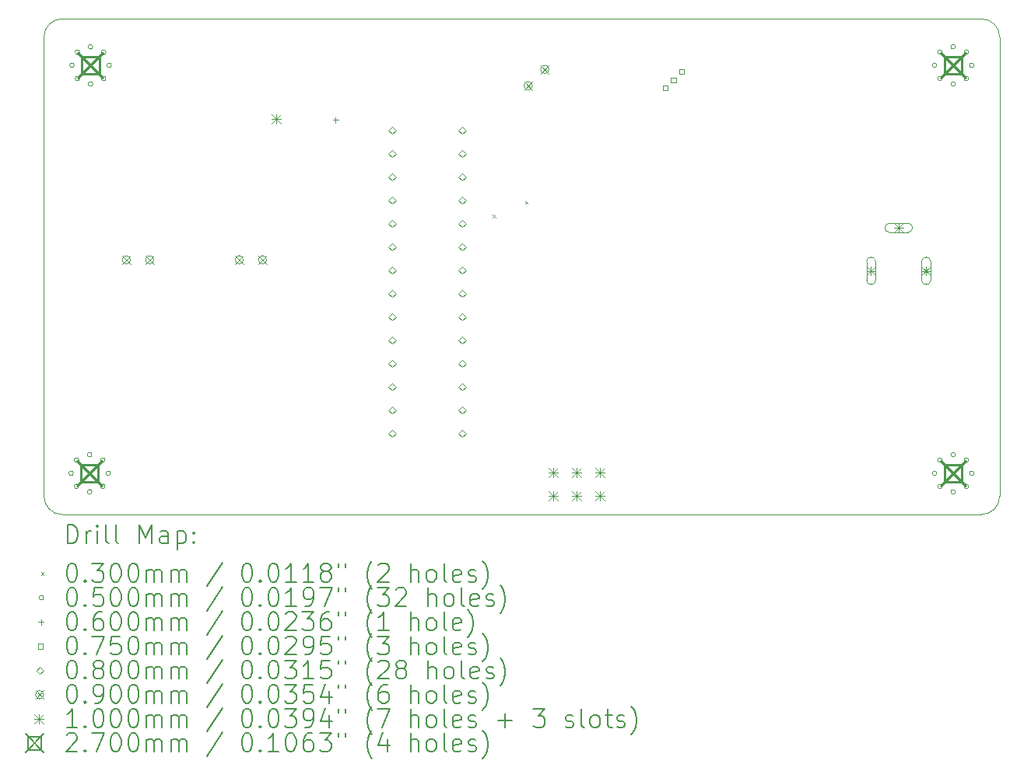
<source format=gbr>
%TF.GenerationSoftware,KiCad,Pcbnew,8.0.8*%
%TF.CreationDate,2025-02-21T18:26:26+02:00*%
%TF.ProjectId,iis22183,69697332-3231-4383-932e-6b696361645f,0*%
%TF.SameCoordinates,Original*%
%TF.FileFunction,Drillmap*%
%TF.FilePolarity,Positive*%
%FSLAX45Y45*%
G04 Gerber Fmt 4.5, Leading zero omitted, Abs format (unit mm)*
G04 Created by KiCad (PCBNEW 8.0.8) date 2025-02-21 18:26:26*
%MOMM*%
%LPD*%
G01*
G04 APERTURE LIST*
%ADD10C,0.050000*%
%ADD11C,0.200000*%
%ADD12C,0.100000*%
%ADD13C,0.270000*%
G04 APERTURE END LIST*
D10*
X9950000Y-12500000D02*
X9950000Y-7500000D01*
X9950000Y-7500000D02*
G75*
G02*
X10150000Y-7300000I200000J0D01*
G01*
X10150000Y-12700000D02*
G75*
G02*
X9950000Y-12500000I0J200000D01*
G01*
X20350000Y-12500000D02*
G75*
G02*
X20150000Y-12700000I-200000J0D01*
G01*
X20150000Y-7300000D02*
G75*
G02*
X20350000Y-7500000I0J-200000D01*
G01*
X20350000Y-7500000D02*
X20350000Y-12500000D01*
X20150000Y-12700000D02*
X10150000Y-12700000D01*
X10150000Y-7300000D02*
X20150000Y-7300000D01*
D11*
D12*
X14835000Y-9435000D02*
X14865000Y-9465000D01*
X14865000Y-9435000D02*
X14835000Y-9465000D01*
X15185000Y-9285000D02*
X15215000Y-9315000D01*
X15215000Y-9285000D02*
X15185000Y-9315000D01*
X10270000Y-12250000D02*
G75*
G02*
X10220000Y-12250000I-25000J0D01*
G01*
X10220000Y-12250000D02*
G75*
G02*
X10270000Y-12250000I25000J0D01*
G01*
X10279311Y-7806811D02*
G75*
G02*
X10229311Y-7806811I-25000J0D01*
G01*
X10229311Y-7806811D02*
G75*
G02*
X10279311Y-7806811I25000J0D01*
G01*
X10329311Y-12106811D02*
G75*
G02*
X10279311Y-12106811I-25000J0D01*
G01*
X10279311Y-12106811D02*
G75*
G02*
X10329311Y-12106811I25000J0D01*
G01*
X10329311Y-12393189D02*
G75*
G02*
X10279311Y-12393189I-25000J0D01*
G01*
X10279311Y-12393189D02*
G75*
G02*
X10329311Y-12393189I25000J0D01*
G01*
X10338622Y-7663622D02*
G75*
G02*
X10288622Y-7663622I-25000J0D01*
G01*
X10288622Y-7663622D02*
G75*
G02*
X10338622Y-7663622I25000J0D01*
G01*
X10338622Y-7950000D02*
G75*
G02*
X10288622Y-7950000I-25000J0D01*
G01*
X10288622Y-7950000D02*
G75*
G02*
X10338622Y-7950000I25000J0D01*
G01*
X10472500Y-12047500D02*
G75*
G02*
X10422500Y-12047500I-25000J0D01*
G01*
X10422500Y-12047500D02*
G75*
G02*
X10472500Y-12047500I25000J0D01*
G01*
X10472500Y-12452500D02*
G75*
G02*
X10422500Y-12452500I-25000J0D01*
G01*
X10422500Y-12452500D02*
G75*
G02*
X10472500Y-12452500I25000J0D01*
G01*
X10481811Y-7604311D02*
G75*
G02*
X10431811Y-7604311I-25000J0D01*
G01*
X10431811Y-7604311D02*
G75*
G02*
X10481811Y-7604311I25000J0D01*
G01*
X10481811Y-8009311D02*
G75*
G02*
X10431811Y-8009311I-25000J0D01*
G01*
X10431811Y-8009311D02*
G75*
G02*
X10481811Y-8009311I25000J0D01*
G01*
X10615689Y-12106811D02*
G75*
G02*
X10565689Y-12106811I-25000J0D01*
G01*
X10565689Y-12106811D02*
G75*
G02*
X10615689Y-12106811I25000J0D01*
G01*
X10615689Y-12393189D02*
G75*
G02*
X10565689Y-12393189I-25000J0D01*
G01*
X10565689Y-12393189D02*
G75*
G02*
X10615689Y-12393189I25000J0D01*
G01*
X10625000Y-7663622D02*
G75*
G02*
X10575000Y-7663622I-25000J0D01*
G01*
X10575000Y-7663622D02*
G75*
G02*
X10625000Y-7663622I25000J0D01*
G01*
X10625000Y-7950000D02*
G75*
G02*
X10575000Y-7950000I-25000J0D01*
G01*
X10575000Y-7950000D02*
G75*
G02*
X10625000Y-7950000I25000J0D01*
G01*
X10675000Y-12250000D02*
G75*
G02*
X10625000Y-12250000I-25000J0D01*
G01*
X10625000Y-12250000D02*
G75*
G02*
X10675000Y-12250000I25000J0D01*
G01*
X10684311Y-7806811D02*
G75*
G02*
X10634311Y-7806811I-25000J0D01*
G01*
X10634311Y-7806811D02*
G75*
G02*
X10684311Y-7806811I25000J0D01*
G01*
X19665689Y-7806811D02*
G75*
G02*
X19615689Y-7806811I-25000J0D01*
G01*
X19615689Y-7806811D02*
G75*
G02*
X19665689Y-7806811I25000J0D01*
G01*
X19665689Y-12250000D02*
G75*
G02*
X19615689Y-12250000I-25000J0D01*
G01*
X19615689Y-12250000D02*
G75*
G02*
X19665689Y-12250000I25000J0D01*
G01*
X19725000Y-7663622D02*
G75*
G02*
X19675000Y-7663622I-25000J0D01*
G01*
X19675000Y-7663622D02*
G75*
G02*
X19725000Y-7663622I25000J0D01*
G01*
X19725000Y-7950000D02*
G75*
G02*
X19675000Y-7950000I-25000J0D01*
G01*
X19675000Y-7950000D02*
G75*
G02*
X19725000Y-7950000I25000J0D01*
G01*
X19725000Y-12106811D02*
G75*
G02*
X19675000Y-12106811I-25000J0D01*
G01*
X19675000Y-12106811D02*
G75*
G02*
X19725000Y-12106811I25000J0D01*
G01*
X19725000Y-12393189D02*
G75*
G02*
X19675000Y-12393189I-25000J0D01*
G01*
X19675000Y-12393189D02*
G75*
G02*
X19725000Y-12393189I25000J0D01*
G01*
X19868189Y-7604311D02*
G75*
G02*
X19818189Y-7604311I-25000J0D01*
G01*
X19818189Y-7604311D02*
G75*
G02*
X19868189Y-7604311I25000J0D01*
G01*
X19868189Y-8009311D02*
G75*
G02*
X19818189Y-8009311I-25000J0D01*
G01*
X19818189Y-8009311D02*
G75*
G02*
X19868189Y-8009311I25000J0D01*
G01*
X19868189Y-12047500D02*
G75*
G02*
X19818189Y-12047500I-25000J0D01*
G01*
X19818189Y-12047500D02*
G75*
G02*
X19868189Y-12047500I25000J0D01*
G01*
X19868189Y-12452500D02*
G75*
G02*
X19818189Y-12452500I-25000J0D01*
G01*
X19818189Y-12452500D02*
G75*
G02*
X19868189Y-12452500I25000J0D01*
G01*
X20011378Y-7663622D02*
G75*
G02*
X19961378Y-7663622I-25000J0D01*
G01*
X19961378Y-7663622D02*
G75*
G02*
X20011378Y-7663622I25000J0D01*
G01*
X20011378Y-7950000D02*
G75*
G02*
X19961378Y-7950000I-25000J0D01*
G01*
X19961378Y-7950000D02*
G75*
G02*
X20011378Y-7950000I25000J0D01*
G01*
X20011378Y-12106811D02*
G75*
G02*
X19961378Y-12106811I-25000J0D01*
G01*
X19961378Y-12106811D02*
G75*
G02*
X20011378Y-12106811I25000J0D01*
G01*
X20011378Y-12393189D02*
G75*
G02*
X19961378Y-12393189I-25000J0D01*
G01*
X19961378Y-12393189D02*
G75*
G02*
X20011378Y-12393189I25000J0D01*
G01*
X20070689Y-7806811D02*
G75*
G02*
X20020689Y-7806811I-25000J0D01*
G01*
X20020689Y-7806811D02*
G75*
G02*
X20070689Y-7806811I25000J0D01*
G01*
X20070689Y-12250000D02*
G75*
G02*
X20020689Y-12250000I-25000J0D01*
G01*
X20020689Y-12250000D02*
G75*
G02*
X20070689Y-12250000I25000J0D01*
G01*
X13125000Y-8370000D02*
X13125000Y-8430000D01*
X13095000Y-8400000D02*
X13155000Y-8400000D01*
X16736714Y-8081224D02*
X16736714Y-8028190D01*
X16683681Y-8028190D01*
X16683681Y-8081224D01*
X16736714Y-8081224D01*
X16826517Y-7991421D02*
X16826517Y-7938388D01*
X16773483Y-7938388D01*
X16773483Y-7991421D01*
X16826517Y-7991421D01*
X16916319Y-7901619D02*
X16916319Y-7848585D01*
X16863286Y-7848585D01*
X16863286Y-7901619D01*
X16916319Y-7901619D01*
X13738000Y-8554000D02*
X13778000Y-8514000D01*
X13738000Y-8474000D01*
X13698000Y-8514000D01*
X13738000Y-8554000D01*
X13738000Y-8808000D02*
X13778000Y-8768000D01*
X13738000Y-8728000D01*
X13698000Y-8768000D01*
X13738000Y-8808000D01*
X13738000Y-9062000D02*
X13778000Y-9022000D01*
X13738000Y-8982000D01*
X13698000Y-9022000D01*
X13738000Y-9062000D01*
X13738000Y-9316000D02*
X13778000Y-9276000D01*
X13738000Y-9236000D01*
X13698000Y-9276000D01*
X13738000Y-9316000D01*
X13738000Y-9570000D02*
X13778000Y-9530000D01*
X13738000Y-9490000D01*
X13698000Y-9530000D01*
X13738000Y-9570000D01*
X13738000Y-9824000D02*
X13778000Y-9784000D01*
X13738000Y-9744000D01*
X13698000Y-9784000D01*
X13738000Y-9824000D01*
X13738000Y-10078000D02*
X13778000Y-10038000D01*
X13738000Y-9998000D01*
X13698000Y-10038000D01*
X13738000Y-10078000D01*
X13738000Y-10332000D02*
X13778000Y-10292000D01*
X13738000Y-10252000D01*
X13698000Y-10292000D01*
X13738000Y-10332000D01*
X13738000Y-10586000D02*
X13778000Y-10546000D01*
X13738000Y-10506000D01*
X13698000Y-10546000D01*
X13738000Y-10586000D01*
X13738000Y-10840000D02*
X13778000Y-10800000D01*
X13738000Y-10760000D01*
X13698000Y-10800000D01*
X13738000Y-10840000D01*
X13738000Y-11094000D02*
X13778000Y-11054000D01*
X13738000Y-11014000D01*
X13698000Y-11054000D01*
X13738000Y-11094000D01*
X13738000Y-11348000D02*
X13778000Y-11308000D01*
X13738000Y-11268000D01*
X13698000Y-11308000D01*
X13738000Y-11348000D01*
X13738000Y-11602000D02*
X13778000Y-11562000D01*
X13738000Y-11522000D01*
X13698000Y-11562000D01*
X13738000Y-11602000D01*
X13738000Y-11856000D02*
X13778000Y-11816000D01*
X13738000Y-11776000D01*
X13698000Y-11816000D01*
X13738000Y-11856000D01*
X14500000Y-8554000D02*
X14540000Y-8514000D01*
X14500000Y-8474000D01*
X14460000Y-8514000D01*
X14500000Y-8554000D01*
X14500000Y-8808000D02*
X14540000Y-8768000D01*
X14500000Y-8728000D01*
X14460000Y-8768000D01*
X14500000Y-8808000D01*
X14500000Y-9062000D02*
X14540000Y-9022000D01*
X14500000Y-8982000D01*
X14460000Y-9022000D01*
X14500000Y-9062000D01*
X14500000Y-9316000D02*
X14540000Y-9276000D01*
X14500000Y-9236000D01*
X14460000Y-9276000D01*
X14500000Y-9316000D01*
X14500000Y-9570000D02*
X14540000Y-9530000D01*
X14500000Y-9490000D01*
X14460000Y-9530000D01*
X14500000Y-9570000D01*
X14500000Y-9824000D02*
X14540000Y-9784000D01*
X14500000Y-9744000D01*
X14460000Y-9784000D01*
X14500000Y-9824000D01*
X14500000Y-10078000D02*
X14540000Y-10038000D01*
X14500000Y-9998000D01*
X14460000Y-10038000D01*
X14500000Y-10078000D01*
X14500000Y-10332000D02*
X14540000Y-10292000D01*
X14500000Y-10252000D01*
X14460000Y-10292000D01*
X14500000Y-10332000D01*
X14500000Y-10586000D02*
X14540000Y-10546000D01*
X14500000Y-10506000D01*
X14460000Y-10546000D01*
X14500000Y-10586000D01*
X14500000Y-10840000D02*
X14540000Y-10800000D01*
X14500000Y-10760000D01*
X14460000Y-10800000D01*
X14500000Y-10840000D01*
X14500000Y-11094000D02*
X14540000Y-11054000D01*
X14500000Y-11014000D01*
X14460000Y-11054000D01*
X14500000Y-11094000D01*
X14500000Y-11348000D02*
X14540000Y-11308000D01*
X14500000Y-11268000D01*
X14460000Y-11308000D01*
X14500000Y-11348000D01*
X14500000Y-11602000D02*
X14540000Y-11562000D01*
X14500000Y-11522000D01*
X14460000Y-11562000D01*
X14500000Y-11602000D01*
X14500000Y-11856000D02*
X14540000Y-11816000D01*
X14500000Y-11776000D01*
X14460000Y-11816000D01*
X14500000Y-11856000D01*
X10801000Y-9880000D02*
X10891000Y-9970000D01*
X10891000Y-9880000D02*
X10801000Y-9970000D01*
X10891000Y-9925000D02*
G75*
G02*
X10801000Y-9925000I-45000J0D01*
G01*
X10801000Y-9925000D02*
G75*
G02*
X10891000Y-9925000I45000J0D01*
G01*
X11055000Y-9880000D02*
X11145000Y-9970000D01*
X11145000Y-9880000D02*
X11055000Y-9970000D01*
X11145000Y-9925000D02*
G75*
G02*
X11055000Y-9925000I-45000J0D01*
G01*
X11055000Y-9925000D02*
G75*
G02*
X11145000Y-9925000I45000J0D01*
G01*
X12030000Y-9880000D02*
X12120000Y-9970000D01*
X12120000Y-9880000D02*
X12030000Y-9970000D01*
X12120000Y-9925000D02*
G75*
G02*
X12030000Y-9925000I-45000J0D01*
G01*
X12030000Y-9925000D02*
G75*
G02*
X12120000Y-9925000I45000J0D01*
G01*
X12284000Y-9880000D02*
X12374000Y-9970000D01*
X12374000Y-9880000D02*
X12284000Y-9970000D01*
X12374000Y-9925000D02*
G75*
G02*
X12284000Y-9925000I-45000J0D01*
G01*
X12284000Y-9925000D02*
G75*
G02*
X12374000Y-9925000I45000J0D01*
G01*
X15175395Y-7984605D02*
X15265395Y-8074605D01*
X15265395Y-7984605D02*
X15175395Y-8074605D01*
X15265395Y-8029605D02*
G75*
G02*
X15175395Y-8029605I-45000J0D01*
G01*
X15175395Y-8029605D02*
G75*
G02*
X15265395Y-8029605I45000J0D01*
G01*
X15355000Y-7805000D02*
X15445000Y-7895000D01*
X15445000Y-7805000D02*
X15355000Y-7895000D01*
X15445000Y-7850000D02*
G75*
G02*
X15355000Y-7850000I-45000J0D01*
G01*
X15355000Y-7850000D02*
G75*
G02*
X15445000Y-7850000I45000J0D01*
G01*
X12425000Y-8340000D02*
X12525000Y-8440000D01*
X12525000Y-8340000D02*
X12425000Y-8440000D01*
X12475000Y-8340000D02*
X12475000Y-8440000D01*
X12425000Y-8390000D02*
X12525000Y-8390000D01*
X15442000Y-12196000D02*
X15542000Y-12296000D01*
X15542000Y-12196000D02*
X15442000Y-12296000D01*
X15492000Y-12196000D02*
X15492000Y-12296000D01*
X15442000Y-12246000D02*
X15542000Y-12246000D01*
X15442000Y-12450000D02*
X15542000Y-12550000D01*
X15542000Y-12450000D02*
X15442000Y-12550000D01*
X15492000Y-12450000D02*
X15492000Y-12550000D01*
X15442000Y-12500000D02*
X15542000Y-12500000D01*
X15696000Y-12196000D02*
X15796000Y-12296000D01*
X15796000Y-12196000D02*
X15696000Y-12296000D01*
X15746000Y-12196000D02*
X15746000Y-12296000D01*
X15696000Y-12246000D02*
X15796000Y-12246000D01*
X15696000Y-12450000D02*
X15796000Y-12550000D01*
X15796000Y-12450000D02*
X15696000Y-12550000D01*
X15746000Y-12450000D02*
X15746000Y-12550000D01*
X15696000Y-12500000D02*
X15796000Y-12500000D01*
X15950000Y-12196000D02*
X16050000Y-12296000D01*
X16050000Y-12196000D02*
X15950000Y-12296000D01*
X16000000Y-12196000D02*
X16000000Y-12296000D01*
X15950000Y-12246000D02*
X16050000Y-12246000D01*
X15950000Y-12450000D02*
X16050000Y-12550000D01*
X16050000Y-12450000D02*
X15950000Y-12550000D01*
X16000000Y-12450000D02*
X16000000Y-12550000D01*
X15950000Y-12500000D02*
X16050000Y-12500000D01*
X18900000Y-9995750D02*
X19000000Y-10095750D01*
X19000000Y-9995750D02*
X18900000Y-10095750D01*
X18950000Y-9995750D02*
X18950000Y-10095750D01*
X18900000Y-10045750D02*
X19000000Y-10045750D01*
X19000000Y-10145750D02*
X19000000Y-9945750D01*
X18900000Y-9945750D02*
G75*
G02*
X19000000Y-9945750I50000J0D01*
G01*
X18900000Y-9945750D02*
X18900000Y-10145750D01*
X18900000Y-10145750D02*
G75*
G03*
X19000000Y-10145750I50000J0D01*
G01*
X19200000Y-9525750D02*
X19300000Y-9625750D01*
X19300000Y-9525750D02*
X19200000Y-9625750D01*
X19250000Y-9525750D02*
X19250000Y-9625750D01*
X19200000Y-9575750D02*
X19300000Y-9575750D01*
X19350000Y-9525750D02*
X19150000Y-9525750D01*
X19150000Y-9625750D02*
G75*
G02*
X19150000Y-9525750I0J50000D01*
G01*
X19150000Y-9625750D02*
X19350000Y-9625750D01*
X19350000Y-9625750D02*
G75*
G03*
X19350000Y-9525750I0J50000D01*
G01*
X19500000Y-9995750D02*
X19600000Y-10095750D01*
X19600000Y-9995750D02*
X19500000Y-10095750D01*
X19550000Y-9995750D02*
X19550000Y-10095750D01*
X19500000Y-10045750D02*
X19600000Y-10045750D01*
X19600000Y-10145750D02*
X19600000Y-9945750D01*
X19500000Y-9945750D02*
G75*
G02*
X19600000Y-9945750I50000J0D01*
G01*
X19500000Y-9945750D02*
X19500000Y-10145750D01*
X19500000Y-10145750D02*
G75*
G03*
X19600000Y-10145750I50000J0D01*
G01*
D13*
X10312500Y-12115000D02*
X10582500Y-12385000D01*
X10582500Y-12115000D02*
X10312500Y-12385000D01*
X10542960Y-12345460D02*
X10542960Y-12154540D01*
X10352040Y-12154540D01*
X10352040Y-12345460D01*
X10542960Y-12345460D01*
X10321811Y-7671811D02*
X10591811Y-7941811D01*
X10591811Y-7671811D02*
X10321811Y-7941811D01*
X10552271Y-7902271D02*
X10552271Y-7711351D01*
X10361351Y-7711351D01*
X10361351Y-7902271D01*
X10552271Y-7902271D01*
X19708189Y-7671811D02*
X19978189Y-7941811D01*
X19978189Y-7671811D02*
X19708189Y-7941811D01*
X19938649Y-7902271D02*
X19938649Y-7711351D01*
X19747729Y-7711351D01*
X19747729Y-7902271D01*
X19938649Y-7902271D01*
X19708189Y-12115000D02*
X19978189Y-12385000D01*
X19978189Y-12115000D02*
X19708189Y-12385000D01*
X19938649Y-12345460D02*
X19938649Y-12154540D01*
X19747729Y-12154540D01*
X19747729Y-12345460D01*
X19938649Y-12345460D01*
D11*
X10208277Y-13013984D02*
X10208277Y-12813984D01*
X10208277Y-12813984D02*
X10255896Y-12813984D01*
X10255896Y-12813984D02*
X10284467Y-12823508D01*
X10284467Y-12823508D02*
X10303515Y-12842555D01*
X10303515Y-12842555D02*
X10313039Y-12861603D01*
X10313039Y-12861603D02*
X10322563Y-12899698D01*
X10322563Y-12899698D02*
X10322563Y-12928269D01*
X10322563Y-12928269D02*
X10313039Y-12966365D01*
X10313039Y-12966365D02*
X10303515Y-12985412D01*
X10303515Y-12985412D02*
X10284467Y-13004460D01*
X10284467Y-13004460D02*
X10255896Y-13013984D01*
X10255896Y-13013984D02*
X10208277Y-13013984D01*
X10408277Y-13013984D02*
X10408277Y-12880650D01*
X10408277Y-12918746D02*
X10417801Y-12899698D01*
X10417801Y-12899698D02*
X10427324Y-12890174D01*
X10427324Y-12890174D02*
X10446372Y-12880650D01*
X10446372Y-12880650D02*
X10465420Y-12880650D01*
X10532086Y-13013984D02*
X10532086Y-12880650D01*
X10532086Y-12813984D02*
X10522563Y-12823508D01*
X10522563Y-12823508D02*
X10532086Y-12833031D01*
X10532086Y-12833031D02*
X10541610Y-12823508D01*
X10541610Y-12823508D02*
X10532086Y-12813984D01*
X10532086Y-12813984D02*
X10532086Y-12833031D01*
X10655896Y-13013984D02*
X10636848Y-13004460D01*
X10636848Y-13004460D02*
X10627324Y-12985412D01*
X10627324Y-12985412D02*
X10627324Y-12813984D01*
X10760658Y-13013984D02*
X10741610Y-13004460D01*
X10741610Y-13004460D02*
X10732086Y-12985412D01*
X10732086Y-12985412D02*
X10732086Y-12813984D01*
X10989229Y-13013984D02*
X10989229Y-12813984D01*
X10989229Y-12813984D02*
X11055896Y-12956841D01*
X11055896Y-12956841D02*
X11122563Y-12813984D01*
X11122563Y-12813984D02*
X11122563Y-13013984D01*
X11303515Y-13013984D02*
X11303515Y-12909222D01*
X11303515Y-12909222D02*
X11293991Y-12890174D01*
X11293991Y-12890174D02*
X11274943Y-12880650D01*
X11274943Y-12880650D02*
X11236848Y-12880650D01*
X11236848Y-12880650D02*
X11217801Y-12890174D01*
X11303515Y-13004460D02*
X11284467Y-13013984D01*
X11284467Y-13013984D02*
X11236848Y-13013984D01*
X11236848Y-13013984D02*
X11217801Y-13004460D01*
X11217801Y-13004460D02*
X11208277Y-12985412D01*
X11208277Y-12985412D02*
X11208277Y-12966365D01*
X11208277Y-12966365D02*
X11217801Y-12947317D01*
X11217801Y-12947317D02*
X11236848Y-12937793D01*
X11236848Y-12937793D02*
X11284467Y-12937793D01*
X11284467Y-12937793D02*
X11303515Y-12928269D01*
X11398753Y-12880650D02*
X11398753Y-13080650D01*
X11398753Y-12890174D02*
X11417801Y-12880650D01*
X11417801Y-12880650D02*
X11455896Y-12880650D01*
X11455896Y-12880650D02*
X11474943Y-12890174D01*
X11474943Y-12890174D02*
X11484467Y-12899698D01*
X11484467Y-12899698D02*
X11493991Y-12918746D01*
X11493991Y-12918746D02*
X11493991Y-12975888D01*
X11493991Y-12975888D02*
X11484467Y-12994936D01*
X11484467Y-12994936D02*
X11474943Y-13004460D01*
X11474943Y-13004460D02*
X11455896Y-13013984D01*
X11455896Y-13013984D02*
X11417801Y-13013984D01*
X11417801Y-13013984D02*
X11398753Y-13004460D01*
X11579705Y-12994936D02*
X11589229Y-13004460D01*
X11589229Y-13004460D02*
X11579705Y-13013984D01*
X11579705Y-13013984D02*
X11570182Y-13004460D01*
X11570182Y-13004460D02*
X11579705Y-12994936D01*
X11579705Y-12994936D02*
X11579705Y-13013984D01*
X11579705Y-12890174D02*
X11589229Y-12899698D01*
X11589229Y-12899698D02*
X11579705Y-12909222D01*
X11579705Y-12909222D02*
X11570182Y-12899698D01*
X11570182Y-12899698D02*
X11579705Y-12890174D01*
X11579705Y-12890174D02*
X11579705Y-12909222D01*
D12*
X9917500Y-13327500D02*
X9947500Y-13357500D01*
X9947500Y-13327500D02*
X9917500Y-13357500D01*
D11*
X10246372Y-13233984D02*
X10265420Y-13233984D01*
X10265420Y-13233984D02*
X10284467Y-13243508D01*
X10284467Y-13243508D02*
X10293991Y-13253031D01*
X10293991Y-13253031D02*
X10303515Y-13272079D01*
X10303515Y-13272079D02*
X10313039Y-13310174D01*
X10313039Y-13310174D02*
X10313039Y-13357793D01*
X10313039Y-13357793D02*
X10303515Y-13395888D01*
X10303515Y-13395888D02*
X10293991Y-13414936D01*
X10293991Y-13414936D02*
X10284467Y-13424460D01*
X10284467Y-13424460D02*
X10265420Y-13433984D01*
X10265420Y-13433984D02*
X10246372Y-13433984D01*
X10246372Y-13433984D02*
X10227324Y-13424460D01*
X10227324Y-13424460D02*
X10217801Y-13414936D01*
X10217801Y-13414936D02*
X10208277Y-13395888D01*
X10208277Y-13395888D02*
X10198753Y-13357793D01*
X10198753Y-13357793D02*
X10198753Y-13310174D01*
X10198753Y-13310174D02*
X10208277Y-13272079D01*
X10208277Y-13272079D02*
X10217801Y-13253031D01*
X10217801Y-13253031D02*
X10227324Y-13243508D01*
X10227324Y-13243508D02*
X10246372Y-13233984D01*
X10398753Y-13414936D02*
X10408277Y-13424460D01*
X10408277Y-13424460D02*
X10398753Y-13433984D01*
X10398753Y-13433984D02*
X10389229Y-13424460D01*
X10389229Y-13424460D02*
X10398753Y-13414936D01*
X10398753Y-13414936D02*
X10398753Y-13433984D01*
X10474944Y-13233984D02*
X10598753Y-13233984D01*
X10598753Y-13233984D02*
X10532086Y-13310174D01*
X10532086Y-13310174D02*
X10560658Y-13310174D01*
X10560658Y-13310174D02*
X10579705Y-13319698D01*
X10579705Y-13319698D02*
X10589229Y-13329222D01*
X10589229Y-13329222D02*
X10598753Y-13348269D01*
X10598753Y-13348269D02*
X10598753Y-13395888D01*
X10598753Y-13395888D02*
X10589229Y-13414936D01*
X10589229Y-13414936D02*
X10579705Y-13424460D01*
X10579705Y-13424460D02*
X10560658Y-13433984D01*
X10560658Y-13433984D02*
X10503515Y-13433984D01*
X10503515Y-13433984D02*
X10484467Y-13424460D01*
X10484467Y-13424460D02*
X10474944Y-13414936D01*
X10722563Y-13233984D02*
X10741610Y-13233984D01*
X10741610Y-13233984D02*
X10760658Y-13243508D01*
X10760658Y-13243508D02*
X10770182Y-13253031D01*
X10770182Y-13253031D02*
X10779705Y-13272079D01*
X10779705Y-13272079D02*
X10789229Y-13310174D01*
X10789229Y-13310174D02*
X10789229Y-13357793D01*
X10789229Y-13357793D02*
X10779705Y-13395888D01*
X10779705Y-13395888D02*
X10770182Y-13414936D01*
X10770182Y-13414936D02*
X10760658Y-13424460D01*
X10760658Y-13424460D02*
X10741610Y-13433984D01*
X10741610Y-13433984D02*
X10722563Y-13433984D01*
X10722563Y-13433984D02*
X10703515Y-13424460D01*
X10703515Y-13424460D02*
X10693991Y-13414936D01*
X10693991Y-13414936D02*
X10684467Y-13395888D01*
X10684467Y-13395888D02*
X10674944Y-13357793D01*
X10674944Y-13357793D02*
X10674944Y-13310174D01*
X10674944Y-13310174D02*
X10684467Y-13272079D01*
X10684467Y-13272079D02*
X10693991Y-13253031D01*
X10693991Y-13253031D02*
X10703515Y-13243508D01*
X10703515Y-13243508D02*
X10722563Y-13233984D01*
X10913039Y-13233984D02*
X10932086Y-13233984D01*
X10932086Y-13233984D02*
X10951134Y-13243508D01*
X10951134Y-13243508D02*
X10960658Y-13253031D01*
X10960658Y-13253031D02*
X10970182Y-13272079D01*
X10970182Y-13272079D02*
X10979705Y-13310174D01*
X10979705Y-13310174D02*
X10979705Y-13357793D01*
X10979705Y-13357793D02*
X10970182Y-13395888D01*
X10970182Y-13395888D02*
X10960658Y-13414936D01*
X10960658Y-13414936D02*
X10951134Y-13424460D01*
X10951134Y-13424460D02*
X10932086Y-13433984D01*
X10932086Y-13433984D02*
X10913039Y-13433984D01*
X10913039Y-13433984D02*
X10893991Y-13424460D01*
X10893991Y-13424460D02*
X10884467Y-13414936D01*
X10884467Y-13414936D02*
X10874944Y-13395888D01*
X10874944Y-13395888D02*
X10865420Y-13357793D01*
X10865420Y-13357793D02*
X10865420Y-13310174D01*
X10865420Y-13310174D02*
X10874944Y-13272079D01*
X10874944Y-13272079D02*
X10884467Y-13253031D01*
X10884467Y-13253031D02*
X10893991Y-13243508D01*
X10893991Y-13243508D02*
X10913039Y-13233984D01*
X11065420Y-13433984D02*
X11065420Y-13300650D01*
X11065420Y-13319698D02*
X11074944Y-13310174D01*
X11074944Y-13310174D02*
X11093991Y-13300650D01*
X11093991Y-13300650D02*
X11122563Y-13300650D01*
X11122563Y-13300650D02*
X11141610Y-13310174D01*
X11141610Y-13310174D02*
X11151134Y-13329222D01*
X11151134Y-13329222D02*
X11151134Y-13433984D01*
X11151134Y-13329222D02*
X11160658Y-13310174D01*
X11160658Y-13310174D02*
X11179705Y-13300650D01*
X11179705Y-13300650D02*
X11208277Y-13300650D01*
X11208277Y-13300650D02*
X11227324Y-13310174D01*
X11227324Y-13310174D02*
X11236848Y-13329222D01*
X11236848Y-13329222D02*
X11236848Y-13433984D01*
X11332086Y-13433984D02*
X11332086Y-13300650D01*
X11332086Y-13319698D02*
X11341610Y-13310174D01*
X11341610Y-13310174D02*
X11360658Y-13300650D01*
X11360658Y-13300650D02*
X11389229Y-13300650D01*
X11389229Y-13300650D02*
X11408277Y-13310174D01*
X11408277Y-13310174D02*
X11417801Y-13329222D01*
X11417801Y-13329222D02*
X11417801Y-13433984D01*
X11417801Y-13329222D02*
X11427324Y-13310174D01*
X11427324Y-13310174D02*
X11446372Y-13300650D01*
X11446372Y-13300650D02*
X11474943Y-13300650D01*
X11474943Y-13300650D02*
X11493991Y-13310174D01*
X11493991Y-13310174D02*
X11503515Y-13329222D01*
X11503515Y-13329222D02*
X11503515Y-13433984D01*
X11893991Y-13224460D02*
X11722563Y-13481603D01*
X12151134Y-13233984D02*
X12170182Y-13233984D01*
X12170182Y-13233984D02*
X12189229Y-13243508D01*
X12189229Y-13243508D02*
X12198753Y-13253031D01*
X12198753Y-13253031D02*
X12208277Y-13272079D01*
X12208277Y-13272079D02*
X12217801Y-13310174D01*
X12217801Y-13310174D02*
X12217801Y-13357793D01*
X12217801Y-13357793D02*
X12208277Y-13395888D01*
X12208277Y-13395888D02*
X12198753Y-13414936D01*
X12198753Y-13414936D02*
X12189229Y-13424460D01*
X12189229Y-13424460D02*
X12170182Y-13433984D01*
X12170182Y-13433984D02*
X12151134Y-13433984D01*
X12151134Y-13433984D02*
X12132086Y-13424460D01*
X12132086Y-13424460D02*
X12122563Y-13414936D01*
X12122563Y-13414936D02*
X12113039Y-13395888D01*
X12113039Y-13395888D02*
X12103515Y-13357793D01*
X12103515Y-13357793D02*
X12103515Y-13310174D01*
X12103515Y-13310174D02*
X12113039Y-13272079D01*
X12113039Y-13272079D02*
X12122563Y-13253031D01*
X12122563Y-13253031D02*
X12132086Y-13243508D01*
X12132086Y-13243508D02*
X12151134Y-13233984D01*
X12303515Y-13414936D02*
X12313039Y-13424460D01*
X12313039Y-13424460D02*
X12303515Y-13433984D01*
X12303515Y-13433984D02*
X12293991Y-13424460D01*
X12293991Y-13424460D02*
X12303515Y-13414936D01*
X12303515Y-13414936D02*
X12303515Y-13433984D01*
X12436848Y-13233984D02*
X12455896Y-13233984D01*
X12455896Y-13233984D02*
X12474944Y-13243508D01*
X12474944Y-13243508D02*
X12484467Y-13253031D01*
X12484467Y-13253031D02*
X12493991Y-13272079D01*
X12493991Y-13272079D02*
X12503515Y-13310174D01*
X12503515Y-13310174D02*
X12503515Y-13357793D01*
X12503515Y-13357793D02*
X12493991Y-13395888D01*
X12493991Y-13395888D02*
X12484467Y-13414936D01*
X12484467Y-13414936D02*
X12474944Y-13424460D01*
X12474944Y-13424460D02*
X12455896Y-13433984D01*
X12455896Y-13433984D02*
X12436848Y-13433984D01*
X12436848Y-13433984D02*
X12417801Y-13424460D01*
X12417801Y-13424460D02*
X12408277Y-13414936D01*
X12408277Y-13414936D02*
X12398753Y-13395888D01*
X12398753Y-13395888D02*
X12389229Y-13357793D01*
X12389229Y-13357793D02*
X12389229Y-13310174D01*
X12389229Y-13310174D02*
X12398753Y-13272079D01*
X12398753Y-13272079D02*
X12408277Y-13253031D01*
X12408277Y-13253031D02*
X12417801Y-13243508D01*
X12417801Y-13243508D02*
X12436848Y-13233984D01*
X12693991Y-13433984D02*
X12579706Y-13433984D01*
X12636848Y-13433984D02*
X12636848Y-13233984D01*
X12636848Y-13233984D02*
X12617801Y-13262555D01*
X12617801Y-13262555D02*
X12598753Y-13281603D01*
X12598753Y-13281603D02*
X12579706Y-13291127D01*
X12884467Y-13433984D02*
X12770182Y-13433984D01*
X12827325Y-13433984D02*
X12827325Y-13233984D01*
X12827325Y-13233984D02*
X12808277Y-13262555D01*
X12808277Y-13262555D02*
X12789229Y-13281603D01*
X12789229Y-13281603D02*
X12770182Y-13291127D01*
X12998753Y-13319698D02*
X12979706Y-13310174D01*
X12979706Y-13310174D02*
X12970182Y-13300650D01*
X12970182Y-13300650D02*
X12960658Y-13281603D01*
X12960658Y-13281603D02*
X12960658Y-13272079D01*
X12960658Y-13272079D02*
X12970182Y-13253031D01*
X12970182Y-13253031D02*
X12979706Y-13243508D01*
X12979706Y-13243508D02*
X12998753Y-13233984D01*
X12998753Y-13233984D02*
X13036848Y-13233984D01*
X13036848Y-13233984D02*
X13055896Y-13243508D01*
X13055896Y-13243508D02*
X13065420Y-13253031D01*
X13065420Y-13253031D02*
X13074944Y-13272079D01*
X13074944Y-13272079D02*
X13074944Y-13281603D01*
X13074944Y-13281603D02*
X13065420Y-13300650D01*
X13065420Y-13300650D02*
X13055896Y-13310174D01*
X13055896Y-13310174D02*
X13036848Y-13319698D01*
X13036848Y-13319698D02*
X12998753Y-13319698D01*
X12998753Y-13319698D02*
X12979706Y-13329222D01*
X12979706Y-13329222D02*
X12970182Y-13338746D01*
X12970182Y-13338746D02*
X12960658Y-13357793D01*
X12960658Y-13357793D02*
X12960658Y-13395888D01*
X12960658Y-13395888D02*
X12970182Y-13414936D01*
X12970182Y-13414936D02*
X12979706Y-13424460D01*
X12979706Y-13424460D02*
X12998753Y-13433984D01*
X12998753Y-13433984D02*
X13036848Y-13433984D01*
X13036848Y-13433984D02*
X13055896Y-13424460D01*
X13055896Y-13424460D02*
X13065420Y-13414936D01*
X13065420Y-13414936D02*
X13074944Y-13395888D01*
X13074944Y-13395888D02*
X13074944Y-13357793D01*
X13074944Y-13357793D02*
X13065420Y-13338746D01*
X13065420Y-13338746D02*
X13055896Y-13329222D01*
X13055896Y-13329222D02*
X13036848Y-13319698D01*
X13151134Y-13233984D02*
X13151134Y-13272079D01*
X13227325Y-13233984D02*
X13227325Y-13272079D01*
X13522563Y-13510174D02*
X13513039Y-13500650D01*
X13513039Y-13500650D02*
X13493991Y-13472079D01*
X13493991Y-13472079D02*
X13484468Y-13453031D01*
X13484468Y-13453031D02*
X13474944Y-13424460D01*
X13474944Y-13424460D02*
X13465420Y-13376841D01*
X13465420Y-13376841D02*
X13465420Y-13338746D01*
X13465420Y-13338746D02*
X13474944Y-13291127D01*
X13474944Y-13291127D02*
X13484468Y-13262555D01*
X13484468Y-13262555D02*
X13493991Y-13243508D01*
X13493991Y-13243508D02*
X13513039Y-13214936D01*
X13513039Y-13214936D02*
X13522563Y-13205412D01*
X13589229Y-13253031D02*
X13598753Y-13243508D01*
X13598753Y-13243508D02*
X13617801Y-13233984D01*
X13617801Y-13233984D02*
X13665420Y-13233984D01*
X13665420Y-13233984D02*
X13684468Y-13243508D01*
X13684468Y-13243508D02*
X13693991Y-13253031D01*
X13693991Y-13253031D02*
X13703515Y-13272079D01*
X13703515Y-13272079D02*
X13703515Y-13291127D01*
X13703515Y-13291127D02*
X13693991Y-13319698D01*
X13693991Y-13319698D02*
X13579706Y-13433984D01*
X13579706Y-13433984D02*
X13703515Y-13433984D01*
X13941610Y-13433984D02*
X13941610Y-13233984D01*
X14027325Y-13433984D02*
X14027325Y-13329222D01*
X14027325Y-13329222D02*
X14017801Y-13310174D01*
X14017801Y-13310174D02*
X13998753Y-13300650D01*
X13998753Y-13300650D02*
X13970182Y-13300650D01*
X13970182Y-13300650D02*
X13951134Y-13310174D01*
X13951134Y-13310174D02*
X13941610Y-13319698D01*
X14151134Y-13433984D02*
X14132087Y-13424460D01*
X14132087Y-13424460D02*
X14122563Y-13414936D01*
X14122563Y-13414936D02*
X14113039Y-13395888D01*
X14113039Y-13395888D02*
X14113039Y-13338746D01*
X14113039Y-13338746D02*
X14122563Y-13319698D01*
X14122563Y-13319698D02*
X14132087Y-13310174D01*
X14132087Y-13310174D02*
X14151134Y-13300650D01*
X14151134Y-13300650D02*
X14179706Y-13300650D01*
X14179706Y-13300650D02*
X14198753Y-13310174D01*
X14198753Y-13310174D02*
X14208277Y-13319698D01*
X14208277Y-13319698D02*
X14217801Y-13338746D01*
X14217801Y-13338746D02*
X14217801Y-13395888D01*
X14217801Y-13395888D02*
X14208277Y-13414936D01*
X14208277Y-13414936D02*
X14198753Y-13424460D01*
X14198753Y-13424460D02*
X14179706Y-13433984D01*
X14179706Y-13433984D02*
X14151134Y-13433984D01*
X14332087Y-13433984D02*
X14313039Y-13424460D01*
X14313039Y-13424460D02*
X14303515Y-13405412D01*
X14303515Y-13405412D02*
X14303515Y-13233984D01*
X14484468Y-13424460D02*
X14465420Y-13433984D01*
X14465420Y-13433984D02*
X14427325Y-13433984D01*
X14427325Y-13433984D02*
X14408277Y-13424460D01*
X14408277Y-13424460D02*
X14398753Y-13405412D01*
X14398753Y-13405412D02*
X14398753Y-13329222D01*
X14398753Y-13329222D02*
X14408277Y-13310174D01*
X14408277Y-13310174D02*
X14427325Y-13300650D01*
X14427325Y-13300650D02*
X14465420Y-13300650D01*
X14465420Y-13300650D02*
X14484468Y-13310174D01*
X14484468Y-13310174D02*
X14493991Y-13329222D01*
X14493991Y-13329222D02*
X14493991Y-13348269D01*
X14493991Y-13348269D02*
X14398753Y-13367317D01*
X14570182Y-13424460D02*
X14589230Y-13433984D01*
X14589230Y-13433984D02*
X14627325Y-13433984D01*
X14627325Y-13433984D02*
X14646372Y-13424460D01*
X14646372Y-13424460D02*
X14655896Y-13405412D01*
X14655896Y-13405412D02*
X14655896Y-13395888D01*
X14655896Y-13395888D02*
X14646372Y-13376841D01*
X14646372Y-13376841D02*
X14627325Y-13367317D01*
X14627325Y-13367317D02*
X14598753Y-13367317D01*
X14598753Y-13367317D02*
X14579706Y-13357793D01*
X14579706Y-13357793D02*
X14570182Y-13338746D01*
X14570182Y-13338746D02*
X14570182Y-13329222D01*
X14570182Y-13329222D02*
X14579706Y-13310174D01*
X14579706Y-13310174D02*
X14598753Y-13300650D01*
X14598753Y-13300650D02*
X14627325Y-13300650D01*
X14627325Y-13300650D02*
X14646372Y-13310174D01*
X14722563Y-13510174D02*
X14732087Y-13500650D01*
X14732087Y-13500650D02*
X14751134Y-13472079D01*
X14751134Y-13472079D02*
X14760658Y-13453031D01*
X14760658Y-13453031D02*
X14770182Y-13424460D01*
X14770182Y-13424460D02*
X14779706Y-13376841D01*
X14779706Y-13376841D02*
X14779706Y-13338746D01*
X14779706Y-13338746D02*
X14770182Y-13291127D01*
X14770182Y-13291127D02*
X14760658Y-13262555D01*
X14760658Y-13262555D02*
X14751134Y-13243508D01*
X14751134Y-13243508D02*
X14732087Y-13214936D01*
X14732087Y-13214936D02*
X14722563Y-13205412D01*
D12*
X9947500Y-13606500D02*
G75*
G02*
X9897500Y-13606500I-25000J0D01*
G01*
X9897500Y-13606500D02*
G75*
G02*
X9947500Y-13606500I25000J0D01*
G01*
D11*
X10246372Y-13497984D02*
X10265420Y-13497984D01*
X10265420Y-13497984D02*
X10284467Y-13507508D01*
X10284467Y-13507508D02*
X10293991Y-13517031D01*
X10293991Y-13517031D02*
X10303515Y-13536079D01*
X10303515Y-13536079D02*
X10313039Y-13574174D01*
X10313039Y-13574174D02*
X10313039Y-13621793D01*
X10313039Y-13621793D02*
X10303515Y-13659888D01*
X10303515Y-13659888D02*
X10293991Y-13678936D01*
X10293991Y-13678936D02*
X10284467Y-13688460D01*
X10284467Y-13688460D02*
X10265420Y-13697984D01*
X10265420Y-13697984D02*
X10246372Y-13697984D01*
X10246372Y-13697984D02*
X10227324Y-13688460D01*
X10227324Y-13688460D02*
X10217801Y-13678936D01*
X10217801Y-13678936D02*
X10208277Y-13659888D01*
X10208277Y-13659888D02*
X10198753Y-13621793D01*
X10198753Y-13621793D02*
X10198753Y-13574174D01*
X10198753Y-13574174D02*
X10208277Y-13536079D01*
X10208277Y-13536079D02*
X10217801Y-13517031D01*
X10217801Y-13517031D02*
X10227324Y-13507508D01*
X10227324Y-13507508D02*
X10246372Y-13497984D01*
X10398753Y-13678936D02*
X10408277Y-13688460D01*
X10408277Y-13688460D02*
X10398753Y-13697984D01*
X10398753Y-13697984D02*
X10389229Y-13688460D01*
X10389229Y-13688460D02*
X10398753Y-13678936D01*
X10398753Y-13678936D02*
X10398753Y-13697984D01*
X10589229Y-13497984D02*
X10493991Y-13497984D01*
X10493991Y-13497984D02*
X10484467Y-13593222D01*
X10484467Y-13593222D02*
X10493991Y-13583698D01*
X10493991Y-13583698D02*
X10513039Y-13574174D01*
X10513039Y-13574174D02*
X10560658Y-13574174D01*
X10560658Y-13574174D02*
X10579705Y-13583698D01*
X10579705Y-13583698D02*
X10589229Y-13593222D01*
X10589229Y-13593222D02*
X10598753Y-13612269D01*
X10598753Y-13612269D02*
X10598753Y-13659888D01*
X10598753Y-13659888D02*
X10589229Y-13678936D01*
X10589229Y-13678936D02*
X10579705Y-13688460D01*
X10579705Y-13688460D02*
X10560658Y-13697984D01*
X10560658Y-13697984D02*
X10513039Y-13697984D01*
X10513039Y-13697984D02*
X10493991Y-13688460D01*
X10493991Y-13688460D02*
X10484467Y-13678936D01*
X10722563Y-13497984D02*
X10741610Y-13497984D01*
X10741610Y-13497984D02*
X10760658Y-13507508D01*
X10760658Y-13507508D02*
X10770182Y-13517031D01*
X10770182Y-13517031D02*
X10779705Y-13536079D01*
X10779705Y-13536079D02*
X10789229Y-13574174D01*
X10789229Y-13574174D02*
X10789229Y-13621793D01*
X10789229Y-13621793D02*
X10779705Y-13659888D01*
X10779705Y-13659888D02*
X10770182Y-13678936D01*
X10770182Y-13678936D02*
X10760658Y-13688460D01*
X10760658Y-13688460D02*
X10741610Y-13697984D01*
X10741610Y-13697984D02*
X10722563Y-13697984D01*
X10722563Y-13697984D02*
X10703515Y-13688460D01*
X10703515Y-13688460D02*
X10693991Y-13678936D01*
X10693991Y-13678936D02*
X10684467Y-13659888D01*
X10684467Y-13659888D02*
X10674944Y-13621793D01*
X10674944Y-13621793D02*
X10674944Y-13574174D01*
X10674944Y-13574174D02*
X10684467Y-13536079D01*
X10684467Y-13536079D02*
X10693991Y-13517031D01*
X10693991Y-13517031D02*
X10703515Y-13507508D01*
X10703515Y-13507508D02*
X10722563Y-13497984D01*
X10913039Y-13497984D02*
X10932086Y-13497984D01*
X10932086Y-13497984D02*
X10951134Y-13507508D01*
X10951134Y-13507508D02*
X10960658Y-13517031D01*
X10960658Y-13517031D02*
X10970182Y-13536079D01*
X10970182Y-13536079D02*
X10979705Y-13574174D01*
X10979705Y-13574174D02*
X10979705Y-13621793D01*
X10979705Y-13621793D02*
X10970182Y-13659888D01*
X10970182Y-13659888D02*
X10960658Y-13678936D01*
X10960658Y-13678936D02*
X10951134Y-13688460D01*
X10951134Y-13688460D02*
X10932086Y-13697984D01*
X10932086Y-13697984D02*
X10913039Y-13697984D01*
X10913039Y-13697984D02*
X10893991Y-13688460D01*
X10893991Y-13688460D02*
X10884467Y-13678936D01*
X10884467Y-13678936D02*
X10874944Y-13659888D01*
X10874944Y-13659888D02*
X10865420Y-13621793D01*
X10865420Y-13621793D02*
X10865420Y-13574174D01*
X10865420Y-13574174D02*
X10874944Y-13536079D01*
X10874944Y-13536079D02*
X10884467Y-13517031D01*
X10884467Y-13517031D02*
X10893991Y-13507508D01*
X10893991Y-13507508D02*
X10913039Y-13497984D01*
X11065420Y-13697984D02*
X11065420Y-13564650D01*
X11065420Y-13583698D02*
X11074944Y-13574174D01*
X11074944Y-13574174D02*
X11093991Y-13564650D01*
X11093991Y-13564650D02*
X11122563Y-13564650D01*
X11122563Y-13564650D02*
X11141610Y-13574174D01*
X11141610Y-13574174D02*
X11151134Y-13593222D01*
X11151134Y-13593222D02*
X11151134Y-13697984D01*
X11151134Y-13593222D02*
X11160658Y-13574174D01*
X11160658Y-13574174D02*
X11179705Y-13564650D01*
X11179705Y-13564650D02*
X11208277Y-13564650D01*
X11208277Y-13564650D02*
X11227324Y-13574174D01*
X11227324Y-13574174D02*
X11236848Y-13593222D01*
X11236848Y-13593222D02*
X11236848Y-13697984D01*
X11332086Y-13697984D02*
X11332086Y-13564650D01*
X11332086Y-13583698D02*
X11341610Y-13574174D01*
X11341610Y-13574174D02*
X11360658Y-13564650D01*
X11360658Y-13564650D02*
X11389229Y-13564650D01*
X11389229Y-13564650D02*
X11408277Y-13574174D01*
X11408277Y-13574174D02*
X11417801Y-13593222D01*
X11417801Y-13593222D02*
X11417801Y-13697984D01*
X11417801Y-13593222D02*
X11427324Y-13574174D01*
X11427324Y-13574174D02*
X11446372Y-13564650D01*
X11446372Y-13564650D02*
X11474943Y-13564650D01*
X11474943Y-13564650D02*
X11493991Y-13574174D01*
X11493991Y-13574174D02*
X11503515Y-13593222D01*
X11503515Y-13593222D02*
X11503515Y-13697984D01*
X11893991Y-13488460D02*
X11722563Y-13745603D01*
X12151134Y-13497984D02*
X12170182Y-13497984D01*
X12170182Y-13497984D02*
X12189229Y-13507508D01*
X12189229Y-13507508D02*
X12198753Y-13517031D01*
X12198753Y-13517031D02*
X12208277Y-13536079D01*
X12208277Y-13536079D02*
X12217801Y-13574174D01*
X12217801Y-13574174D02*
X12217801Y-13621793D01*
X12217801Y-13621793D02*
X12208277Y-13659888D01*
X12208277Y-13659888D02*
X12198753Y-13678936D01*
X12198753Y-13678936D02*
X12189229Y-13688460D01*
X12189229Y-13688460D02*
X12170182Y-13697984D01*
X12170182Y-13697984D02*
X12151134Y-13697984D01*
X12151134Y-13697984D02*
X12132086Y-13688460D01*
X12132086Y-13688460D02*
X12122563Y-13678936D01*
X12122563Y-13678936D02*
X12113039Y-13659888D01*
X12113039Y-13659888D02*
X12103515Y-13621793D01*
X12103515Y-13621793D02*
X12103515Y-13574174D01*
X12103515Y-13574174D02*
X12113039Y-13536079D01*
X12113039Y-13536079D02*
X12122563Y-13517031D01*
X12122563Y-13517031D02*
X12132086Y-13507508D01*
X12132086Y-13507508D02*
X12151134Y-13497984D01*
X12303515Y-13678936D02*
X12313039Y-13688460D01*
X12313039Y-13688460D02*
X12303515Y-13697984D01*
X12303515Y-13697984D02*
X12293991Y-13688460D01*
X12293991Y-13688460D02*
X12303515Y-13678936D01*
X12303515Y-13678936D02*
X12303515Y-13697984D01*
X12436848Y-13497984D02*
X12455896Y-13497984D01*
X12455896Y-13497984D02*
X12474944Y-13507508D01*
X12474944Y-13507508D02*
X12484467Y-13517031D01*
X12484467Y-13517031D02*
X12493991Y-13536079D01*
X12493991Y-13536079D02*
X12503515Y-13574174D01*
X12503515Y-13574174D02*
X12503515Y-13621793D01*
X12503515Y-13621793D02*
X12493991Y-13659888D01*
X12493991Y-13659888D02*
X12484467Y-13678936D01*
X12484467Y-13678936D02*
X12474944Y-13688460D01*
X12474944Y-13688460D02*
X12455896Y-13697984D01*
X12455896Y-13697984D02*
X12436848Y-13697984D01*
X12436848Y-13697984D02*
X12417801Y-13688460D01*
X12417801Y-13688460D02*
X12408277Y-13678936D01*
X12408277Y-13678936D02*
X12398753Y-13659888D01*
X12398753Y-13659888D02*
X12389229Y-13621793D01*
X12389229Y-13621793D02*
X12389229Y-13574174D01*
X12389229Y-13574174D02*
X12398753Y-13536079D01*
X12398753Y-13536079D02*
X12408277Y-13517031D01*
X12408277Y-13517031D02*
X12417801Y-13507508D01*
X12417801Y-13507508D02*
X12436848Y-13497984D01*
X12693991Y-13697984D02*
X12579706Y-13697984D01*
X12636848Y-13697984D02*
X12636848Y-13497984D01*
X12636848Y-13497984D02*
X12617801Y-13526555D01*
X12617801Y-13526555D02*
X12598753Y-13545603D01*
X12598753Y-13545603D02*
X12579706Y-13555127D01*
X12789229Y-13697984D02*
X12827325Y-13697984D01*
X12827325Y-13697984D02*
X12846372Y-13688460D01*
X12846372Y-13688460D02*
X12855896Y-13678936D01*
X12855896Y-13678936D02*
X12874944Y-13650365D01*
X12874944Y-13650365D02*
X12884467Y-13612269D01*
X12884467Y-13612269D02*
X12884467Y-13536079D01*
X12884467Y-13536079D02*
X12874944Y-13517031D01*
X12874944Y-13517031D02*
X12865420Y-13507508D01*
X12865420Y-13507508D02*
X12846372Y-13497984D01*
X12846372Y-13497984D02*
X12808277Y-13497984D01*
X12808277Y-13497984D02*
X12789229Y-13507508D01*
X12789229Y-13507508D02*
X12779706Y-13517031D01*
X12779706Y-13517031D02*
X12770182Y-13536079D01*
X12770182Y-13536079D02*
X12770182Y-13583698D01*
X12770182Y-13583698D02*
X12779706Y-13602746D01*
X12779706Y-13602746D02*
X12789229Y-13612269D01*
X12789229Y-13612269D02*
X12808277Y-13621793D01*
X12808277Y-13621793D02*
X12846372Y-13621793D01*
X12846372Y-13621793D02*
X12865420Y-13612269D01*
X12865420Y-13612269D02*
X12874944Y-13602746D01*
X12874944Y-13602746D02*
X12884467Y-13583698D01*
X12951134Y-13497984D02*
X13084467Y-13497984D01*
X13084467Y-13497984D02*
X12998753Y-13697984D01*
X13151134Y-13497984D02*
X13151134Y-13536079D01*
X13227325Y-13497984D02*
X13227325Y-13536079D01*
X13522563Y-13774174D02*
X13513039Y-13764650D01*
X13513039Y-13764650D02*
X13493991Y-13736079D01*
X13493991Y-13736079D02*
X13484468Y-13717031D01*
X13484468Y-13717031D02*
X13474944Y-13688460D01*
X13474944Y-13688460D02*
X13465420Y-13640841D01*
X13465420Y-13640841D02*
X13465420Y-13602746D01*
X13465420Y-13602746D02*
X13474944Y-13555127D01*
X13474944Y-13555127D02*
X13484468Y-13526555D01*
X13484468Y-13526555D02*
X13493991Y-13507508D01*
X13493991Y-13507508D02*
X13513039Y-13478936D01*
X13513039Y-13478936D02*
X13522563Y-13469412D01*
X13579706Y-13497984D02*
X13703515Y-13497984D01*
X13703515Y-13497984D02*
X13636848Y-13574174D01*
X13636848Y-13574174D02*
X13665420Y-13574174D01*
X13665420Y-13574174D02*
X13684468Y-13583698D01*
X13684468Y-13583698D02*
X13693991Y-13593222D01*
X13693991Y-13593222D02*
X13703515Y-13612269D01*
X13703515Y-13612269D02*
X13703515Y-13659888D01*
X13703515Y-13659888D02*
X13693991Y-13678936D01*
X13693991Y-13678936D02*
X13684468Y-13688460D01*
X13684468Y-13688460D02*
X13665420Y-13697984D01*
X13665420Y-13697984D02*
X13608277Y-13697984D01*
X13608277Y-13697984D02*
X13589229Y-13688460D01*
X13589229Y-13688460D02*
X13579706Y-13678936D01*
X13779706Y-13517031D02*
X13789229Y-13507508D01*
X13789229Y-13507508D02*
X13808277Y-13497984D01*
X13808277Y-13497984D02*
X13855896Y-13497984D01*
X13855896Y-13497984D02*
X13874944Y-13507508D01*
X13874944Y-13507508D02*
X13884468Y-13517031D01*
X13884468Y-13517031D02*
X13893991Y-13536079D01*
X13893991Y-13536079D02*
X13893991Y-13555127D01*
X13893991Y-13555127D02*
X13884468Y-13583698D01*
X13884468Y-13583698D02*
X13770182Y-13697984D01*
X13770182Y-13697984D02*
X13893991Y-13697984D01*
X14132087Y-13697984D02*
X14132087Y-13497984D01*
X14217801Y-13697984D02*
X14217801Y-13593222D01*
X14217801Y-13593222D02*
X14208277Y-13574174D01*
X14208277Y-13574174D02*
X14189230Y-13564650D01*
X14189230Y-13564650D02*
X14160658Y-13564650D01*
X14160658Y-13564650D02*
X14141610Y-13574174D01*
X14141610Y-13574174D02*
X14132087Y-13583698D01*
X14341610Y-13697984D02*
X14322563Y-13688460D01*
X14322563Y-13688460D02*
X14313039Y-13678936D01*
X14313039Y-13678936D02*
X14303515Y-13659888D01*
X14303515Y-13659888D02*
X14303515Y-13602746D01*
X14303515Y-13602746D02*
X14313039Y-13583698D01*
X14313039Y-13583698D02*
X14322563Y-13574174D01*
X14322563Y-13574174D02*
X14341610Y-13564650D01*
X14341610Y-13564650D02*
X14370182Y-13564650D01*
X14370182Y-13564650D02*
X14389230Y-13574174D01*
X14389230Y-13574174D02*
X14398753Y-13583698D01*
X14398753Y-13583698D02*
X14408277Y-13602746D01*
X14408277Y-13602746D02*
X14408277Y-13659888D01*
X14408277Y-13659888D02*
X14398753Y-13678936D01*
X14398753Y-13678936D02*
X14389230Y-13688460D01*
X14389230Y-13688460D02*
X14370182Y-13697984D01*
X14370182Y-13697984D02*
X14341610Y-13697984D01*
X14522563Y-13697984D02*
X14503515Y-13688460D01*
X14503515Y-13688460D02*
X14493991Y-13669412D01*
X14493991Y-13669412D02*
X14493991Y-13497984D01*
X14674944Y-13688460D02*
X14655896Y-13697984D01*
X14655896Y-13697984D02*
X14617801Y-13697984D01*
X14617801Y-13697984D02*
X14598753Y-13688460D01*
X14598753Y-13688460D02*
X14589230Y-13669412D01*
X14589230Y-13669412D02*
X14589230Y-13593222D01*
X14589230Y-13593222D02*
X14598753Y-13574174D01*
X14598753Y-13574174D02*
X14617801Y-13564650D01*
X14617801Y-13564650D02*
X14655896Y-13564650D01*
X14655896Y-13564650D02*
X14674944Y-13574174D01*
X14674944Y-13574174D02*
X14684468Y-13593222D01*
X14684468Y-13593222D02*
X14684468Y-13612269D01*
X14684468Y-13612269D02*
X14589230Y-13631317D01*
X14760658Y-13688460D02*
X14779706Y-13697984D01*
X14779706Y-13697984D02*
X14817801Y-13697984D01*
X14817801Y-13697984D02*
X14836849Y-13688460D01*
X14836849Y-13688460D02*
X14846372Y-13669412D01*
X14846372Y-13669412D02*
X14846372Y-13659888D01*
X14846372Y-13659888D02*
X14836849Y-13640841D01*
X14836849Y-13640841D02*
X14817801Y-13631317D01*
X14817801Y-13631317D02*
X14789230Y-13631317D01*
X14789230Y-13631317D02*
X14770182Y-13621793D01*
X14770182Y-13621793D02*
X14760658Y-13602746D01*
X14760658Y-13602746D02*
X14760658Y-13593222D01*
X14760658Y-13593222D02*
X14770182Y-13574174D01*
X14770182Y-13574174D02*
X14789230Y-13564650D01*
X14789230Y-13564650D02*
X14817801Y-13564650D01*
X14817801Y-13564650D02*
X14836849Y-13574174D01*
X14913039Y-13774174D02*
X14922563Y-13764650D01*
X14922563Y-13764650D02*
X14941611Y-13736079D01*
X14941611Y-13736079D02*
X14951134Y-13717031D01*
X14951134Y-13717031D02*
X14960658Y-13688460D01*
X14960658Y-13688460D02*
X14970182Y-13640841D01*
X14970182Y-13640841D02*
X14970182Y-13602746D01*
X14970182Y-13602746D02*
X14960658Y-13555127D01*
X14960658Y-13555127D02*
X14951134Y-13526555D01*
X14951134Y-13526555D02*
X14941611Y-13507508D01*
X14941611Y-13507508D02*
X14922563Y-13478936D01*
X14922563Y-13478936D02*
X14913039Y-13469412D01*
D12*
X9917500Y-13840500D02*
X9917500Y-13900500D01*
X9887500Y-13870500D02*
X9947500Y-13870500D01*
D11*
X10246372Y-13761984D02*
X10265420Y-13761984D01*
X10265420Y-13761984D02*
X10284467Y-13771508D01*
X10284467Y-13771508D02*
X10293991Y-13781031D01*
X10293991Y-13781031D02*
X10303515Y-13800079D01*
X10303515Y-13800079D02*
X10313039Y-13838174D01*
X10313039Y-13838174D02*
X10313039Y-13885793D01*
X10313039Y-13885793D02*
X10303515Y-13923888D01*
X10303515Y-13923888D02*
X10293991Y-13942936D01*
X10293991Y-13942936D02*
X10284467Y-13952460D01*
X10284467Y-13952460D02*
X10265420Y-13961984D01*
X10265420Y-13961984D02*
X10246372Y-13961984D01*
X10246372Y-13961984D02*
X10227324Y-13952460D01*
X10227324Y-13952460D02*
X10217801Y-13942936D01*
X10217801Y-13942936D02*
X10208277Y-13923888D01*
X10208277Y-13923888D02*
X10198753Y-13885793D01*
X10198753Y-13885793D02*
X10198753Y-13838174D01*
X10198753Y-13838174D02*
X10208277Y-13800079D01*
X10208277Y-13800079D02*
X10217801Y-13781031D01*
X10217801Y-13781031D02*
X10227324Y-13771508D01*
X10227324Y-13771508D02*
X10246372Y-13761984D01*
X10398753Y-13942936D02*
X10408277Y-13952460D01*
X10408277Y-13952460D02*
X10398753Y-13961984D01*
X10398753Y-13961984D02*
X10389229Y-13952460D01*
X10389229Y-13952460D02*
X10398753Y-13942936D01*
X10398753Y-13942936D02*
X10398753Y-13961984D01*
X10579705Y-13761984D02*
X10541610Y-13761984D01*
X10541610Y-13761984D02*
X10522563Y-13771508D01*
X10522563Y-13771508D02*
X10513039Y-13781031D01*
X10513039Y-13781031D02*
X10493991Y-13809603D01*
X10493991Y-13809603D02*
X10484467Y-13847698D01*
X10484467Y-13847698D02*
X10484467Y-13923888D01*
X10484467Y-13923888D02*
X10493991Y-13942936D01*
X10493991Y-13942936D02*
X10503515Y-13952460D01*
X10503515Y-13952460D02*
X10522563Y-13961984D01*
X10522563Y-13961984D02*
X10560658Y-13961984D01*
X10560658Y-13961984D02*
X10579705Y-13952460D01*
X10579705Y-13952460D02*
X10589229Y-13942936D01*
X10589229Y-13942936D02*
X10598753Y-13923888D01*
X10598753Y-13923888D02*
X10598753Y-13876269D01*
X10598753Y-13876269D02*
X10589229Y-13857222D01*
X10589229Y-13857222D02*
X10579705Y-13847698D01*
X10579705Y-13847698D02*
X10560658Y-13838174D01*
X10560658Y-13838174D02*
X10522563Y-13838174D01*
X10522563Y-13838174D02*
X10503515Y-13847698D01*
X10503515Y-13847698D02*
X10493991Y-13857222D01*
X10493991Y-13857222D02*
X10484467Y-13876269D01*
X10722563Y-13761984D02*
X10741610Y-13761984D01*
X10741610Y-13761984D02*
X10760658Y-13771508D01*
X10760658Y-13771508D02*
X10770182Y-13781031D01*
X10770182Y-13781031D02*
X10779705Y-13800079D01*
X10779705Y-13800079D02*
X10789229Y-13838174D01*
X10789229Y-13838174D02*
X10789229Y-13885793D01*
X10789229Y-13885793D02*
X10779705Y-13923888D01*
X10779705Y-13923888D02*
X10770182Y-13942936D01*
X10770182Y-13942936D02*
X10760658Y-13952460D01*
X10760658Y-13952460D02*
X10741610Y-13961984D01*
X10741610Y-13961984D02*
X10722563Y-13961984D01*
X10722563Y-13961984D02*
X10703515Y-13952460D01*
X10703515Y-13952460D02*
X10693991Y-13942936D01*
X10693991Y-13942936D02*
X10684467Y-13923888D01*
X10684467Y-13923888D02*
X10674944Y-13885793D01*
X10674944Y-13885793D02*
X10674944Y-13838174D01*
X10674944Y-13838174D02*
X10684467Y-13800079D01*
X10684467Y-13800079D02*
X10693991Y-13781031D01*
X10693991Y-13781031D02*
X10703515Y-13771508D01*
X10703515Y-13771508D02*
X10722563Y-13761984D01*
X10913039Y-13761984D02*
X10932086Y-13761984D01*
X10932086Y-13761984D02*
X10951134Y-13771508D01*
X10951134Y-13771508D02*
X10960658Y-13781031D01*
X10960658Y-13781031D02*
X10970182Y-13800079D01*
X10970182Y-13800079D02*
X10979705Y-13838174D01*
X10979705Y-13838174D02*
X10979705Y-13885793D01*
X10979705Y-13885793D02*
X10970182Y-13923888D01*
X10970182Y-13923888D02*
X10960658Y-13942936D01*
X10960658Y-13942936D02*
X10951134Y-13952460D01*
X10951134Y-13952460D02*
X10932086Y-13961984D01*
X10932086Y-13961984D02*
X10913039Y-13961984D01*
X10913039Y-13961984D02*
X10893991Y-13952460D01*
X10893991Y-13952460D02*
X10884467Y-13942936D01*
X10884467Y-13942936D02*
X10874944Y-13923888D01*
X10874944Y-13923888D02*
X10865420Y-13885793D01*
X10865420Y-13885793D02*
X10865420Y-13838174D01*
X10865420Y-13838174D02*
X10874944Y-13800079D01*
X10874944Y-13800079D02*
X10884467Y-13781031D01*
X10884467Y-13781031D02*
X10893991Y-13771508D01*
X10893991Y-13771508D02*
X10913039Y-13761984D01*
X11065420Y-13961984D02*
X11065420Y-13828650D01*
X11065420Y-13847698D02*
X11074944Y-13838174D01*
X11074944Y-13838174D02*
X11093991Y-13828650D01*
X11093991Y-13828650D02*
X11122563Y-13828650D01*
X11122563Y-13828650D02*
X11141610Y-13838174D01*
X11141610Y-13838174D02*
X11151134Y-13857222D01*
X11151134Y-13857222D02*
X11151134Y-13961984D01*
X11151134Y-13857222D02*
X11160658Y-13838174D01*
X11160658Y-13838174D02*
X11179705Y-13828650D01*
X11179705Y-13828650D02*
X11208277Y-13828650D01*
X11208277Y-13828650D02*
X11227324Y-13838174D01*
X11227324Y-13838174D02*
X11236848Y-13857222D01*
X11236848Y-13857222D02*
X11236848Y-13961984D01*
X11332086Y-13961984D02*
X11332086Y-13828650D01*
X11332086Y-13847698D02*
X11341610Y-13838174D01*
X11341610Y-13838174D02*
X11360658Y-13828650D01*
X11360658Y-13828650D02*
X11389229Y-13828650D01*
X11389229Y-13828650D02*
X11408277Y-13838174D01*
X11408277Y-13838174D02*
X11417801Y-13857222D01*
X11417801Y-13857222D02*
X11417801Y-13961984D01*
X11417801Y-13857222D02*
X11427324Y-13838174D01*
X11427324Y-13838174D02*
X11446372Y-13828650D01*
X11446372Y-13828650D02*
X11474943Y-13828650D01*
X11474943Y-13828650D02*
X11493991Y-13838174D01*
X11493991Y-13838174D02*
X11503515Y-13857222D01*
X11503515Y-13857222D02*
X11503515Y-13961984D01*
X11893991Y-13752460D02*
X11722563Y-14009603D01*
X12151134Y-13761984D02*
X12170182Y-13761984D01*
X12170182Y-13761984D02*
X12189229Y-13771508D01*
X12189229Y-13771508D02*
X12198753Y-13781031D01*
X12198753Y-13781031D02*
X12208277Y-13800079D01*
X12208277Y-13800079D02*
X12217801Y-13838174D01*
X12217801Y-13838174D02*
X12217801Y-13885793D01*
X12217801Y-13885793D02*
X12208277Y-13923888D01*
X12208277Y-13923888D02*
X12198753Y-13942936D01*
X12198753Y-13942936D02*
X12189229Y-13952460D01*
X12189229Y-13952460D02*
X12170182Y-13961984D01*
X12170182Y-13961984D02*
X12151134Y-13961984D01*
X12151134Y-13961984D02*
X12132086Y-13952460D01*
X12132086Y-13952460D02*
X12122563Y-13942936D01*
X12122563Y-13942936D02*
X12113039Y-13923888D01*
X12113039Y-13923888D02*
X12103515Y-13885793D01*
X12103515Y-13885793D02*
X12103515Y-13838174D01*
X12103515Y-13838174D02*
X12113039Y-13800079D01*
X12113039Y-13800079D02*
X12122563Y-13781031D01*
X12122563Y-13781031D02*
X12132086Y-13771508D01*
X12132086Y-13771508D02*
X12151134Y-13761984D01*
X12303515Y-13942936D02*
X12313039Y-13952460D01*
X12313039Y-13952460D02*
X12303515Y-13961984D01*
X12303515Y-13961984D02*
X12293991Y-13952460D01*
X12293991Y-13952460D02*
X12303515Y-13942936D01*
X12303515Y-13942936D02*
X12303515Y-13961984D01*
X12436848Y-13761984D02*
X12455896Y-13761984D01*
X12455896Y-13761984D02*
X12474944Y-13771508D01*
X12474944Y-13771508D02*
X12484467Y-13781031D01*
X12484467Y-13781031D02*
X12493991Y-13800079D01*
X12493991Y-13800079D02*
X12503515Y-13838174D01*
X12503515Y-13838174D02*
X12503515Y-13885793D01*
X12503515Y-13885793D02*
X12493991Y-13923888D01*
X12493991Y-13923888D02*
X12484467Y-13942936D01*
X12484467Y-13942936D02*
X12474944Y-13952460D01*
X12474944Y-13952460D02*
X12455896Y-13961984D01*
X12455896Y-13961984D02*
X12436848Y-13961984D01*
X12436848Y-13961984D02*
X12417801Y-13952460D01*
X12417801Y-13952460D02*
X12408277Y-13942936D01*
X12408277Y-13942936D02*
X12398753Y-13923888D01*
X12398753Y-13923888D02*
X12389229Y-13885793D01*
X12389229Y-13885793D02*
X12389229Y-13838174D01*
X12389229Y-13838174D02*
X12398753Y-13800079D01*
X12398753Y-13800079D02*
X12408277Y-13781031D01*
X12408277Y-13781031D02*
X12417801Y-13771508D01*
X12417801Y-13771508D02*
X12436848Y-13761984D01*
X12579706Y-13781031D02*
X12589229Y-13771508D01*
X12589229Y-13771508D02*
X12608277Y-13761984D01*
X12608277Y-13761984D02*
X12655896Y-13761984D01*
X12655896Y-13761984D02*
X12674944Y-13771508D01*
X12674944Y-13771508D02*
X12684467Y-13781031D01*
X12684467Y-13781031D02*
X12693991Y-13800079D01*
X12693991Y-13800079D02*
X12693991Y-13819127D01*
X12693991Y-13819127D02*
X12684467Y-13847698D01*
X12684467Y-13847698D02*
X12570182Y-13961984D01*
X12570182Y-13961984D02*
X12693991Y-13961984D01*
X12760658Y-13761984D02*
X12884467Y-13761984D01*
X12884467Y-13761984D02*
X12817801Y-13838174D01*
X12817801Y-13838174D02*
X12846372Y-13838174D01*
X12846372Y-13838174D02*
X12865420Y-13847698D01*
X12865420Y-13847698D02*
X12874944Y-13857222D01*
X12874944Y-13857222D02*
X12884467Y-13876269D01*
X12884467Y-13876269D02*
X12884467Y-13923888D01*
X12884467Y-13923888D02*
X12874944Y-13942936D01*
X12874944Y-13942936D02*
X12865420Y-13952460D01*
X12865420Y-13952460D02*
X12846372Y-13961984D01*
X12846372Y-13961984D02*
X12789229Y-13961984D01*
X12789229Y-13961984D02*
X12770182Y-13952460D01*
X12770182Y-13952460D02*
X12760658Y-13942936D01*
X13055896Y-13761984D02*
X13017801Y-13761984D01*
X13017801Y-13761984D02*
X12998753Y-13771508D01*
X12998753Y-13771508D02*
X12989229Y-13781031D01*
X12989229Y-13781031D02*
X12970182Y-13809603D01*
X12970182Y-13809603D02*
X12960658Y-13847698D01*
X12960658Y-13847698D02*
X12960658Y-13923888D01*
X12960658Y-13923888D02*
X12970182Y-13942936D01*
X12970182Y-13942936D02*
X12979706Y-13952460D01*
X12979706Y-13952460D02*
X12998753Y-13961984D01*
X12998753Y-13961984D02*
X13036848Y-13961984D01*
X13036848Y-13961984D02*
X13055896Y-13952460D01*
X13055896Y-13952460D02*
X13065420Y-13942936D01*
X13065420Y-13942936D02*
X13074944Y-13923888D01*
X13074944Y-13923888D02*
X13074944Y-13876269D01*
X13074944Y-13876269D02*
X13065420Y-13857222D01*
X13065420Y-13857222D02*
X13055896Y-13847698D01*
X13055896Y-13847698D02*
X13036848Y-13838174D01*
X13036848Y-13838174D02*
X12998753Y-13838174D01*
X12998753Y-13838174D02*
X12979706Y-13847698D01*
X12979706Y-13847698D02*
X12970182Y-13857222D01*
X12970182Y-13857222D02*
X12960658Y-13876269D01*
X13151134Y-13761984D02*
X13151134Y-13800079D01*
X13227325Y-13761984D02*
X13227325Y-13800079D01*
X13522563Y-14038174D02*
X13513039Y-14028650D01*
X13513039Y-14028650D02*
X13493991Y-14000079D01*
X13493991Y-14000079D02*
X13484468Y-13981031D01*
X13484468Y-13981031D02*
X13474944Y-13952460D01*
X13474944Y-13952460D02*
X13465420Y-13904841D01*
X13465420Y-13904841D02*
X13465420Y-13866746D01*
X13465420Y-13866746D02*
X13474944Y-13819127D01*
X13474944Y-13819127D02*
X13484468Y-13790555D01*
X13484468Y-13790555D02*
X13493991Y-13771508D01*
X13493991Y-13771508D02*
X13513039Y-13742936D01*
X13513039Y-13742936D02*
X13522563Y-13733412D01*
X13703515Y-13961984D02*
X13589229Y-13961984D01*
X13646372Y-13961984D02*
X13646372Y-13761984D01*
X13646372Y-13761984D02*
X13627325Y-13790555D01*
X13627325Y-13790555D02*
X13608277Y-13809603D01*
X13608277Y-13809603D02*
X13589229Y-13819127D01*
X13941610Y-13961984D02*
X13941610Y-13761984D01*
X14027325Y-13961984D02*
X14027325Y-13857222D01*
X14027325Y-13857222D02*
X14017801Y-13838174D01*
X14017801Y-13838174D02*
X13998753Y-13828650D01*
X13998753Y-13828650D02*
X13970182Y-13828650D01*
X13970182Y-13828650D02*
X13951134Y-13838174D01*
X13951134Y-13838174D02*
X13941610Y-13847698D01*
X14151134Y-13961984D02*
X14132087Y-13952460D01*
X14132087Y-13952460D02*
X14122563Y-13942936D01*
X14122563Y-13942936D02*
X14113039Y-13923888D01*
X14113039Y-13923888D02*
X14113039Y-13866746D01*
X14113039Y-13866746D02*
X14122563Y-13847698D01*
X14122563Y-13847698D02*
X14132087Y-13838174D01*
X14132087Y-13838174D02*
X14151134Y-13828650D01*
X14151134Y-13828650D02*
X14179706Y-13828650D01*
X14179706Y-13828650D02*
X14198753Y-13838174D01*
X14198753Y-13838174D02*
X14208277Y-13847698D01*
X14208277Y-13847698D02*
X14217801Y-13866746D01*
X14217801Y-13866746D02*
X14217801Y-13923888D01*
X14217801Y-13923888D02*
X14208277Y-13942936D01*
X14208277Y-13942936D02*
X14198753Y-13952460D01*
X14198753Y-13952460D02*
X14179706Y-13961984D01*
X14179706Y-13961984D02*
X14151134Y-13961984D01*
X14332087Y-13961984D02*
X14313039Y-13952460D01*
X14313039Y-13952460D02*
X14303515Y-13933412D01*
X14303515Y-13933412D02*
X14303515Y-13761984D01*
X14484468Y-13952460D02*
X14465420Y-13961984D01*
X14465420Y-13961984D02*
X14427325Y-13961984D01*
X14427325Y-13961984D02*
X14408277Y-13952460D01*
X14408277Y-13952460D02*
X14398753Y-13933412D01*
X14398753Y-13933412D02*
X14398753Y-13857222D01*
X14398753Y-13857222D02*
X14408277Y-13838174D01*
X14408277Y-13838174D02*
X14427325Y-13828650D01*
X14427325Y-13828650D02*
X14465420Y-13828650D01*
X14465420Y-13828650D02*
X14484468Y-13838174D01*
X14484468Y-13838174D02*
X14493991Y-13857222D01*
X14493991Y-13857222D02*
X14493991Y-13876269D01*
X14493991Y-13876269D02*
X14398753Y-13895317D01*
X14560658Y-14038174D02*
X14570182Y-14028650D01*
X14570182Y-14028650D02*
X14589230Y-14000079D01*
X14589230Y-14000079D02*
X14598753Y-13981031D01*
X14598753Y-13981031D02*
X14608277Y-13952460D01*
X14608277Y-13952460D02*
X14617801Y-13904841D01*
X14617801Y-13904841D02*
X14617801Y-13866746D01*
X14617801Y-13866746D02*
X14608277Y-13819127D01*
X14608277Y-13819127D02*
X14598753Y-13790555D01*
X14598753Y-13790555D02*
X14589230Y-13771508D01*
X14589230Y-13771508D02*
X14570182Y-13742936D01*
X14570182Y-13742936D02*
X14560658Y-13733412D01*
D12*
X9936517Y-14161017D02*
X9936517Y-14107983D01*
X9883483Y-14107983D01*
X9883483Y-14161017D01*
X9936517Y-14161017D01*
D11*
X10246372Y-14025984D02*
X10265420Y-14025984D01*
X10265420Y-14025984D02*
X10284467Y-14035508D01*
X10284467Y-14035508D02*
X10293991Y-14045031D01*
X10293991Y-14045031D02*
X10303515Y-14064079D01*
X10303515Y-14064079D02*
X10313039Y-14102174D01*
X10313039Y-14102174D02*
X10313039Y-14149793D01*
X10313039Y-14149793D02*
X10303515Y-14187888D01*
X10303515Y-14187888D02*
X10293991Y-14206936D01*
X10293991Y-14206936D02*
X10284467Y-14216460D01*
X10284467Y-14216460D02*
X10265420Y-14225984D01*
X10265420Y-14225984D02*
X10246372Y-14225984D01*
X10246372Y-14225984D02*
X10227324Y-14216460D01*
X10227324Y-14216460D02*
X10217801Y-14206936D01*
X10217801Y-14206936D02*
X10208277Y-14187888D01*
X10208277Y-14187888D02*
X10198753Y-14149793D01*
X10198753Y-14149793D02*
X10198753Y-14102174D01*
X10198753Y-14102174D02*
X10208277Y-14064079D01*
X10208277Y-14064079D02*
X10217801Y-14045031D01*
X10217801Y-14045031D02*
X10227324Y-14035508D01*
X10227324Y-14035508D02*
X10246372Y-14025984D01*
X10398753Y-14206936D02*
X10408277Y-14216460D01*
X10408277Y-14216460D02*
X10398753Y-14225984D01*
X10398753Y-14225984D02*
X10389229Y-14216460D01*
X10389229Y-14216460D02*
X10398753Y-14206936D01*
X10398753Y-14206936D02*
X10398753Y-14225984D01*
X10474944Y-14025984D02*
X10608277Y-14025984D01*
X10608277Y-14025984D02*
X10522563Y-14225984D01*
X10779705Y-14025984D02*
X10684467Y-14025984D01*
X10684467Y-14025984D02*
X10674944Y-14121222D01*
X10674944Y-14121222D02*
X10684467Y-14111698D01*
X10684467Y-14111698D02*
X10703515Y-14102174D01*
X10703515Y-14102174D02*
X10751134Y-14102174D01*
X10751134Y-14102174D02*
X10770182Y-14111698D01*
X10770182Y-14111698D02*
X10779705Y-14121222D01*
X10779705Y-14121222D02*
X10789229Y-14140269D01*
X10789229Y-14140269D02*
X10789229Y-14187888D01*
X10789229Y-14187888D02*
X10779705Y-14206936D01*
X10779705Y-14206936D02*
X10770182Y-14216460D01*
X10770182Y-14216460D02*
X10751134Y-14225984D01*
X10751134Y-14225984D02*
X10703515Y-14225984D01*
X10703515Y-14225984D02*
X10684467Y-14216460D01*
X10684467Y-14216460D02*
X10674944Y-14206936D01*
X10913039Y-14025984D02*
X10932086Y-14025984D01*
X10932086Y-14025984D02*
X10951134Y-14035508D01*
X10951134Y-14035508D02*
X10960658Y-14045031D01*
X10960658Y-14045031D02*
X10970182Y-14064079D01*
X10970182Y-14064079D02*
X10979705Y-14102174D01*
X10979705Y-14102174D02*
X10979705Y-14149793D01*
X10979705Y-14149793D02*
X10970182Y-14187888D01*
X10970182Y-14187888D02*
X10960658Y-14206936D01*
X10960658Y-14206936D02*
X10951134Y-14216460D01*
X10951134Y-14216460D02*
X10932086Y-14225984D01*
X10932086Y-14225984D02*
X10913039Y-14225984D01*
X10913039Y-14225984D02*
X10893991Y-14216460D01*
X10893991Y-14216460D02*
X10884467Y-14206936D01*
X10884467Y-14206936D02*
X10874944Y-14187888D01*
X10874944Y-14187888D02*
X10865420Y-14149793D01*
X10865420Y-14149793D02*
X10865420Y-14102174D01*
X10865420Y-14102174D02*
X10874944Y-14064079D01*
X10874944Y-14064079D02*
X10884467Y-14045031D01*
X10884467Y-14045031D02*
X10893991Y-14035508D01*
X10893991Y-14035508D02*
X10913039Y-14025984D01*
X11065420Y-14225984D02*
X11065420Y-14092650D01*
X11065420Y-14111698D02*
X11074944Y-14102174D01*
X11074944Y-14102174D02*
X11093991Y-14092650D01*
X11093991Y-14092650D02*
X11122563Y-14092650D01*
X11122563Y-14092650D02*
X11141610Y-14102174D01*
X11141610Y-14102174D02*
X11151134Y-14121222D01*
X11151134Y-14121222D02*
X11151134Y-14225984D01*
X11151134Y-14121222D02*
X11160658Y-14102174D01*
X11160658Y-14102174D02*
X11179705Y-14092650D01*
X11179705Y-14092650D02*
X11208277Y-14092650D01*
X11208277Y-14092650D02*
X11227324Y-14102174D01*
X11227324Y-14102174D02*
X11236848Y-14121222D01*
X11236848Y-14121222D02*
X11236848Y-14225984D01*
X11332086Y-14225984D02*
X11332086Y-14092650D01*
X11332086Y-14111698D02*
X11341610Y-14102174D01*
X11341610Y-14102174D02*
X11360658Y-14092650D01*
X11360658Y-14092650D02*
X11389229Y-14092650D01*
X11389229Y-14092650D02*
X11408277Y-14102174D01*
X11408277Y-14102174D02*
X11417801Y-14121222D01*
X11417801Y-14121222D02*
X11417801Y-14225984D01*
X11417801Y-14121222D02*
X11427324Y-14102174D01*
X11427324Y-14102174D02*
X11446372Y-14092650D01*
X11446372Y-14092650D02*
X11474943Y-14092650D01*
X11474943Y-14092650D02*
X11493991Y-14102174D01*
X11493991Y-14102174D02*
X11503515Y-14121222D01*
X11503515Y-14121222D02*
X11503515Y-14225984D01*
X11893991Y-14016460D02*
X11722563Y-14273603D01*
X12151134Y-14025984D02*
X12170182Y-14025984D01*
X12170182Y-14025984D02*
X12189229Y-14035508D01*
X12189229Y-14035508D02*
X12198753Y-14045031D01*
X12198753Y-14045031D02*
X12208277Y-14064079D01*
X12208277Y-14064079D02*
X12217801Y-14102174D01*
X12217801Y-14102174D02*
X12217801Y-14149793D01*
X12217801Y-14149793D02*
X12208277Y-14187888D01*
X12208277Y-14187888D02*
X12198753Y-14206936D01*
X12198753Y-14206936D02*
X12189229Y-14216460D01*
X12189229Y-14216460D02*
X12170182Y-14225984D01*
X12170182Y-14225984D02*
X12151134Y-14225984D01*
X12151134Y-14225984D02*
X12132086Y-14216460D01*
X12132086Y-14216460D02*
X12122563Y-14206936D01*
X12122563Y-14206936D02*
X12113039Y-14187888D01*
X12113039Y-14187888D02*
X12103515Y-14149793D01*
X12103515Y-14149793D02*
X12103515Y-14102174D01*
X12103515Y-14102174D02*
X12113039Y-14064079D01*
X12113039Y-14064079D02*
X12122563Y-14045031D01*
X12122563Y-14045031D02*
X12132086Y-14035508D01*
X12132086Y-14035508D02*
X12151134Y-14025984D01*
X12303515Y-14206936D02*
X12313039Y-14216460D01*
X12313039Y-14216460D02*
X12303515Y-14225984D01*
X12303515Y-14225984D02*
X12293991Y-14216460D01*
X12293991Y-14216460D02*
X12303515Y-14206936D01*
X12303515Y-14206936D02*
X12303515Y-14225984D01*
X12436848Y-14025984D02*
X12455896Y-14025984D01*
X12455896Y-14025984D02*
X12474944Y-14035508D01*
X12474944Y-14035508D02*
X12484467Y-14045031D01*
X12484467Y-14045031D02*
X12493991Y-14064079D01*
X12493991Y-14064079D02*
X12503515Y-14102174D01*
X12503515Y-14102174D02*
X12503515Y-14149793D01*
X12503515Y-14149793D02*
X12493991Y-14187888D01*
X12493991Y-14187888D02*
X12484467Y-14206936D01*
X12484467Y-14206936D02*
X12474944Y-14216460D01*
X12474944Y-14216460D02*
X12455896Y-14225984D01*
X12455896Y-14225984D02*
X12436848Y-14225984D01*
X12436848Y-14225984D02*
X12417801Y-14216460D01*
X12417801Y-14216460D02*
X12408277Y-14206936D01*
X12408277Y-14206936D02*
X12398753Y-14187888D01*
X12398753Y-14187888D02*
X12389229Y-14149793D01*
X12389229Y-14149793D02*
X12389229Y-14102174D01*
X12389229Y-14102174D02*
X12398753Y-14064079D01*
X12398753Y-14064079D02*
X12408277Y-14045031D01*
X12408277Y-14045031D02*
X12417801Y-14035508D01*
X12417801Y-14035508D02*
X12436848Y-14025984D01*
X12579706Y-14045031D02*
X12589229Y-14035508D01*
X12589229Y-14035508D02*
X12608277Y-14025984D01*
X12608277Y-14025984D02*
X12655896Y-14025984D01*
X12655896Y-14025984D02*
X12674944Y-14035508D01*
X12674944Y-14035508D02*
X12684467Y-14045031D01*
X12684467Y-14045031D02*
X12693991Y-14064079D01*
X12693991Y-14064079D02*
X12693991Y-14083127D01*
X12693991Y-14083127D02*
X12684467Y-14111698D01*
X12684467Y-14111698D02*
X12570182Y-14225984D01*
X12570182Y-14225984D02*
X12693991Y-14225984D01*
X12789229Y-14225984D02*
X12827325Y-14225984D01*
X12827325Y-14225984D02*
X12846372Y-14216460D01*
X12846372Y-14216460D02*
X12855896Y-14206936D01*
X12855896Y-14206936D02*
X12874944Y-14178365D01*
X12874944Y-14178365D02*
X12884467Y-14140269D01*
X12884467Y-14140269D02*
X12884467Y-14064079D01*
X12884467Y-14064079D02*
X12874944Y-14045031D01*
X12874944Y-14045031D02*
X12865420Y-14035508D01*
X12865420Y-14035508D02*
X12846372Y-14025984D01*
X12846372Y-14025984D02*
X12808277Y-14025984D01*
X12808277Y-14025984D02*
X12789229Y-14035508D01*
X12789229Y-14035508D02*
X12779706Y-14045031D01*
X12779706Y-14045031D02*
X12770182Y-14064079D01*
X12770182Y-14064079D02*
X12770182Y-14111698D01*
X12770182Y-14111698D02*
X12779706Y-14130746D01*
X12779706Y-14130746D02*
X12789229Y-14140269D01*
X12789229Y-14140269D02*
X12808277Y-14149793D01*
X12808277Y-14149793D02*
X12846372Y-14149793D01*
X12846372Y-14149793D02*
X12865420Y-14140269D01*
X12865420Y-14140269D02*
X12874944Y-14130746D01*
X12874944Y-14130746D02*
X12884467Y-14111698D01*
X13065420Y-14025984D02*
X12970182Y-14025984D01*
X12970182Y-14025984D02*
X12960658Y-14121222D01*
X12960658Y-14121222D02*
X12970182Y-14111698D01*
X12970182Y-14111698D02*
X12989229Y-14102174D01*
X12989229Y-14102174D02*
X13036848Y-14102174D01*
X13036848Y-14102174D02*
X13055896Y-14111698D01*
X13055896Y-14111698D02*
X13065420Y-14121222D01*
X13065420Y-14121222D02*
X13074944Y-14140269D01*
X13074944Y-14140269D02*
X13074944Y-14187888D01*
X13074944Y-14187888D02*
X13065420Y-14206936D01*
X13065420Y-14206936D02*
X13055896Y-14216460D01*
X13055896Y-14216460D02*
X13036848Y-14225984D01*
X13036848Y-14225984D02*
X12989229Y-14225984D01*
X12989229Y-14225984D02*
X12970182Y-14216460D01*
X12970182Y-14216460D02*
X12960658Y-14206936D01*
X13151134Y-14025984D02*
X13151134Y-14064079D01*
X13227325Y-14025984D02*
X13227325Y-14064079D01*
X13522563Y-14302174D02*
X13513039Y-14292650D01*
X13513039Y-14292650D02*
X13493991Y-14264079D01*
X13493991Y-14264079D02*
X13484468Y-14245031D01*
X13484468Y-14245031D02*
X13474944Y-14216460D01*
X13474944Y-14216460D02*
X13465420Y-14168841D01*
X13465420Y-14168841D02*
X13465420Y-14130746D01*
X13465420Y-14130746D02*
X13474944Y-14083127D01*
X13474944Y-14083127D02*
X13484468Y-14054555D01*
X13484468Y-14054555D02*
X13493991Y-14035508D01*
X13493991Y-14035508D02*
X13513039Y-14006936D01*
X13513039Y-14006936D02*
X13522563Y-13997412D01*
X13579706Y-14025984D02*
X13703515Y-14025984D01*
X13703515Y-14025984D02*
X13636848Y-14102174D01*
X13636848Y-14102174D02*
X13665420Y-14102174D01*
X13665420Y-14102174D02*
X13684468Y-14111698D01*
X13684468Y-14111698D02*
X13693991Y-14121222D01*
X13693991Y-14121222D02*
X13703515Y-14140269D01*
X13703515Y-14140269D02*
X13703515Y-14187888D01*
X13703515Y-14187888D02*
X13693991Y-14206936D01*
X13693991Y-14206936D02*
X13684468Y-14216460D01*
X13684468Y-14216460D02*
X13665420Y-14225984D01*
X13665420Y-14225984D02*
X13608277Y-14225984D01*
X13608277Y-14225984D02*
X13589229Y-14216460D01*
X13589229Y-14216460D02*
X13579706Y-14206936D01*
X13941610Y-14225984D02*
X13941610Y-14025984D01*
X14027325Y-14225984D02*
X14027325Y-14121222D01*
X14027325Y-14121222D02*
X14017801Y-14102174D01*
X14017801Y-14102174D02*
X13998753Y-14092650D01*
X13998753Y-14092650D02*
X13970182Y-14092650D01*
X13970182Y-14092650D02*
X13951134Y-14102174D01*
X13951134Y-14102174D02*
X13941610Y-14111698D01*
X14151134Y-14225984D02*
X14132087Y-14216460D01*
X14132087Y-14216460D02*
X14122563Y-14206936D01*
X14122563Y-14206936D02*
X14113039Y-14187888D01*
X14113039Y-14187888D02*
X14113039Y-14130746D01*
X14113039Y-14130746D02*
X14122563Y-14111698D01*
X14122563Y-14111698D02*
X14132087Y-14102174D01*
X14132087Y-14102174D02*
X14151134Y-14092650D01*
X14151134Y-14092650D02*
X14179706Y-14092650D01*
X14179706Y-14092650D02*
X14198753Y-14102174D01*
X14198753Y-14102174D02*
X14208277Y-14111698D01*
X14208277Y-14111698D02*
X14217801Y-14130746D01*
X14217801Y-14130746D02*
X14217801Y-14187888D01*
X14217801Y-14187888D02*
X14208277Y-14206936D01*
X14208277Y-14206936D02*
X14198753Y-14216460D01*
X14198753Y-14216460D02*
X14179706Y-14225984D01*
X14179706Y-14225984D02*
X14151134Y-14225984D01*
X14332087Y-14225984D02*
X14313039Y-14216460D01*
X14313039Y-14216460D02*
X14303515Y-14197412D01*
X14303515Y-14197412D02*
X14303515Y-14025984D01*
X14484468Y-14216460D02*
X14465420Y-14225984D01*
X14465420Y-14225984D02*
X14427325Y-14225984D01*
X14427325Y-14225984D02*
X14408277Y-14216460D01*
X14408277Y-14216460D02*
X14398753Y-14197412D01*
X14398753Y-14197412D02*
X14398753Y-14121222D01*
X14398753Y-14121222D02*
X14408277Y-14102174D01*
X14408277Y-14102174D02*
X14427325Y-14092650D01*
X14427325Y-14092650D02*
X14465420Y-14092650D01*
X14465420Y-14092650D02*
X14484468Y-14102174D01*
X14484468Y-14102174D02*
X14493991Y-14121222D01*
X14493991Y-14121222D02*
X14493991Y-14140269D01*
X14493991Y-14140269D02*
X14398753Y-14159317D01*
X14570182Y-14216460D02*
X14589230Y-14225984D01*
X14589230Y-14225984D02*
X14627325Y-14225984D01*
X14627325Y-14225984D02*
X14646372Y-14216460D01*
X14646372Y-14216460D02*
X14655896Y-14197412D01*
X14655896Y-14197412D02*
X14655896Y-14187888D01*
X14655896Y-14187888D02*
X14646372Y-14168841D01*
X14646372Y-14168841D02*
X14627325Y-14159317D01*
X14627325Y-14159317D02*
X14598753Y-14159317D01*
X14598753Y-14159317D02*
X14579706Y-14149793D01*
X14579706Y-14149793D02*
X14570182Y-14130746D01*
X14570182Y-14130746D02*
X14570182Y-14121222D01*
X14570182Y-14121222D02*
X14579706Y-14102174D01*
X14579706Y-14102174D02*
X14598753Y-14092650D01*
X14598753Y-14092650D02*
X14627325Y-14092650D01*
X14627325Y-14092650D02*
X14646372Y-14102174D01*
X14722563Y-14302174D02*
X14732087Y-14292650D01*
X14732087Y-14292650D02*
X14751134Y-14264079D01*
X14751134Y-14264079D02*
X14760658Y-14245031D01*
X14760658Y-14245031D02*
X14770182Y-14216460D01*
X14770182Y-14216460D02*
X14779706Y-14168841D01*
X14779706Y-14168841D02*
X14779706Y-14130746D01*
X14779706Y-14130746D02*
X14770182Y-14083127D01*
X14770182Y-14083127D02*
X14760658Y-14054555D01*
X14760658Y-14054555D02*
X14751134Y-14035508D01*
X14751134Y-14035508D02*
X14732087Y-14006936D01*
X14732087Y-14006936D02*
X14722563Y-13997412D01*
D12*
X9907500Y-14438500D02*
X9947500Y-14398500D01*
X9907500Y-14358500D01*
X9867500Y-14398500D01*
X9907500Y-14438500D01*
D11*
X10246372Y-14289984D02*
X10265420Y-14289984D01*
X10265420Y-14289984D02*
X10284467Y-14299508D01*
X10284467Y-14299508D02*
X10293991Y-14309031D01*
X10293991Y-14309031D02*
X10303515Y-14328079D01*
X10303515Y-14328079D02*
X10313039Y-14366174D01*
X10313039Y-14366174D02*
X10313039Y-14413793D01*
X10313039Y-14413793D02*
X10303515Y-14451888D01*
X10303515Y-14451888D02*
X10293991Y-14470936D01*
X10293991Y-14470936D02*
X10284467Y-14480460D01*
X10284467Y-14480460D02*
X10265420Y-14489984D01*
X10265420Y-14489984D02*
X10246372Y-14489984D01*
X10246372Y-14489984D02*
X10227324Y-14480460D01*
X10227324Y-14480460D02*
X10217801Y-14470936D01*
X10217801Y-14470936D02*
X10208277Y-14451888D01*
X10208277Y-14451888D02*
X10198753Y-14413793D01*
X10198753Y-14413793D02*
X10198753Y-14366174D01*
X10198753Y-14366174D02*
X10208277Y-14328079D01*
X10208277Y-14328079D02*
X10217801Y-14309031D01*
X10217801Y-14309031D02*
X10227324Y-14299508D01*
X10227324Y-14299508D02*
X10246372Y-14289984D01*
X10398753Y-14470936D02*
X10408277Y-14480460D01*
X10408277Y-14480460D02*
X10398753Y-14489984D01*
X10398753Y-14489984D02*
X10389229Y-14480460D01*
X10389229Y-14480460D02*
X10398753Y-14470936D01*
X10398753Y-14470936D02*
X10398753Y-14489984D01*
X10522563Y-14375698D02*
X10503515Y-14366174D01*
X10503515Y-14366174D02*
X10493991Y-14356650D01*
X10493991Y-14356650D02*
X10484467Y-14337603D01*
X10484467Y-14337603D02*
X10484467Y-14328079D01*
X10484467Y-14328079D02*
X10493991Y-14309031D01*
X10493991Y-14309031D02*
X10503515Y-14299508D01*
X10503515Y-14299508D02*
X10522563Y-14289984D01*
X10522563Y-14289984D02*
X10560658Y-14289984D01*
X10560658Y-14289984D02*
X10579705Y-14299508D01*
X10579705Y-14299508D02*
X10589229Y-14309031D01*
X10589229Y-14309031D02*
X10598753Y-14328079D01*
X10598753Y-14328079D02*
X10598753Y-14337603D01*
X10598753Y-14337603D02*
X10589229Y-14356650D01*
X10589229Y-14356650D02*
X10579705Y-14366174D01*
X10579705Y-14366174D02*
X10560658Y-14375698D01*
X10560658Y-14375698D02*
X10522563Y-14375698D01*
X10522563Y-14375698D02*
X10503515Y-14385222D01*
X10503515Y-14385222D02*
X10493991Y-14394746D01*
X10493991Y-14394746D02*
X10484467Y-14413793D01*
X10484467Y-14413793D02*
X10484467Y-14451888D01*
X10484467Y-14451888D02*
X10493991Y-14470936D01*
X10493991Y-14470936D02*
X10503515Y-14480460D01*
X10503515Y-14480460D02*
X10522563Y-14489984D01*
X10522563Y-14489984D02*
X10560658Y-14489984D01*
X10560658Y-14489984D02*
X10579705Y-14480460D01*
X10579705Y-14480460D02*
X10589229Y-14470936D01*
X10589229Y-14470936D02*
X10598753Y-14451888D01*
X10598753Y-14451888D02*
X10598753Y-14413793D01*
X10598753Y-14413793D02*
X10589229Y-14394746D01*
X10589229Y-14394746D02*
X10579705Y-14385222D01*
X10579705Y-14385222D02*
X10560658Y-14375698D01*
X10722563Y-14289984D02*
X10741610Y-14289984D01*
X10741610Y-14289984D02*
X10760658Y-14299508D01*
X10760658Y-14299508D02*
X10770182Y-14309031D01*
X10770182Y-14309031D02*
X10779705Y-14328079D01*
X10779705Y-14328079D02*
X10789229Y-14366174D01*
X10789229Y-14366174D02*
X10789229Y-14413793D01*
X10789229Y-14413793D02*
X10779705Y-14451888D01*
X10779705Y-14451888D02*
X10770182Y-14470936D01*
X10770182Y-14470936D02*
X10760658Y-14480460D01*
X10760658Y-14480460D02*
X10741610Y-14489984D01*
X10741610Y-14489984D02*
X10722563Y-14489984D01*
X10722563Y-14489984D02*
X10703515Y-14480460D01*
X10703515Y-14480460D02*
X10693991Y-14470936D01*
X10693991Y-14470936D02*
X10684467Y-14451888D01*
X10684467Y-14451888D02*
X10674944Y-14413793D01*
X10674944Y-14413793D02*
X10674944Y-14366174D01*
X10674944Y-14366174D02*
X10684467Y-14328079D01*
X10684467Y-14328079D02*
X10693991Y-14309031D01*
X10693991Y-14309031D02*
X10703515Y-14299508D01*
X10703515Y-14299508D02*
X10722563Y-14289984D01*
X10913039Y-14289984D02*
X10932086Y-14289984D01*
X10932086Y-14289984D02*
X10951134Y-14299508D01*
X10951134Y-14299508D02*
X10960658Y-14309031D01*
X10960658Y-14309031D02*
X10970182Y-14328079D01*
X10970182Y-14328079D02*
X10979705Y-14366174D01*
X10979705Y-14366174D02*
X10979705Y-14413793D01*
X10979705Y-14413793D02*
X10970182Y-14451888D01*
X10970182Y-14451888D02*
X10960658Y-14470936D01*
X10960658Y-14470936D02*
X10951134Y-14480460D01*
X10951134Y-14480460D02*
X10932086Y-14489984D01*
X10932086Y-14489984D02*
X10913039Y-14489984D01*
X10913039Y-14489984D02*
X10893991Y-14480460D01*
X10893991Y-14480460D02*
X10884467Y-14470936D01*
X10884467Y-14470936D02*
X10874944Y-14451888D01*
X10874944Y-14451888D02*
X10865420Y-14413793D01*
X10865420Y-14413793D02*
X10865420Y-14366174D01*
X10865420Y-14366174D02*
X10874944Y-14328079D01*
X10874944Y-14328079D02*
X10884467Y-14309031D01*
X10884467Y-14309031D02*
X10893991Y-14299508D01*
X10893991Y-14299508D02*
X10913039Y-14289984D01*
X11065420Y-14489984D02*
X11065420Y-14356650D01*
X11065420Y-14375698D02*
X11074944Y-14366174D01*
X11074944Y-14366174D02*
X11093991Y-14356650D01*
X11093991Y-14356650D02*
X11122563Y-14356650D01*
X11122563Y-14356650D02*
X11141610Y-14366174D01*
X11141610Y-14366174D02*
X11151134Y-14385222D01*
X11151134Y-14385222D02*
X11151134Y-14489984D01*
X11151134Y-14385222D02*
X11160658Y-14366174D01*
X11160658Y-14366174D02*
X11179705Y-14356650D01*
X11179705Y-14356650D02*
X11208277Y-14356650D01*
X11208277Y-14356650D02*
X11227324Y-14366174D01*
X11227324Y-14366174D02*
X11236848Y-14385222D01*
X11236848Y-14385222D02*
X11236848Y-14489984D01*
X11332086Y-14489984D02*
X11332086Y-14356650D01*
X11332086Y-14375698D02*
X11341610Y-14366174D01*
X11341610Y-14366174D02*
X11360658Y-14356650D01*
X11360658Y-14356650D02*
X11389229Y-14356650D01*
X11389229Y-14356650D02*
X11408277Y-14366174D01*
X11408277Y-14366174D02*
X11417801Y-14385222D01*
X11417801Y-14385222D02*
X11417801Y-14489984D01*
X11417801Y-14385222D02*
X11427324Y-14366174D01*
X11427324Y-14366174D02*
X11446372Y-14356650D01*
X11446372Y-14356650D02*
X11474943Y-14356650D01*
X11474943Y-14356650D02*
X11493991Y-14366174D01*
X11493991Y-14366174D02*
X11503515Y-14385222D01*
X11503515Y-14385222D02*
X11503515Y-14489984D01*
X11893991Y-14280460D02*
X11722563Y-14537603D01*
X12151134Y-14289984D02*
X12170182Y-14289984D01*
X12170182Y-14289984D02*
X12189229Y-14299508D01*
X12189229Y-14299508D02*
X12198753Y-14309031D01*
X12198753Y-14309031D02*
X12208277Y-14328079D01*
X12208277Y-14328079D02*
X12217801Y-14366174D01*
X12217801Y-14366174D02*
X12217801Y-14413793D01*
X12217801Y-14413793D02*
X12208277Y-14451888D01*
X12208277Y-14451888D02*
X12198753Y-14470936D01*
X12198753Y-14470936D02*
X12189229Y-14480460D01*
X12189229Y-14480460D02*
X12170182Y-14489984D01*
X12170182Y-14489984D02*
X12151134Y-14489984D01*
X12151134Y-14489984D02*
X12132086Y-14480460D01*
X12132086Y-14480460D02*
X12122563Y-14470936D01*
X12122563Y-14470936D02*
X12113039Y-14451888D01*
X12113039Y-14451888D02*
X12103515Y-14413793D01*
X12103515Y-14413793D02*
X12103515Y-14366174D01*
X12103515Y-14366174D02*
X12113039Y-14328079D01*
X12113039Y-14328079D02*
X12122563Y-14309031D01*
X12122563Y-14309031D02*
X12132086Y-14299508D01*
X12132086Y-14299508D02*
X12151134Y-14289984D01*
X12303515Y-14470936D02*
X12313039Y-14480460D01*
X12313039Y-14480460D02*
X12303515Y-14489984D01*
X12303515Y-14489984D02*
X12293991Y-14480460D01*
X12293991Y-14480460D02*
X12303515Y-14470936D01*
X12303515Y-14470936D02*
X12303515Y-14489984D01*
X12436848Y-14289984D02*
X12455896Y-14289984D01*
X12455896Y-14289984D02*
X12474944Y-14299508D01*
X12474944Y-14299508D02*
X12484467Y-14309031D01*
X12484467Y-14309031D02*
X12493991Y-14328079D01*
X12493991Y-14328079D02*
X12503515Y-14366174D01*
X12503515Y-14366174D02*
X12503515Y-14413793D01*
X12503515Y-14413793D02*
X12493991Y-14451888D01*
X12493991Y-14451888D02*
X12484467Y-14470936D01*
X12484467Y-14470936D02*
X12474944Y-14480460D01*
X12474944Y-14480460D02*
X12455896Y-14489984D01*
X12455896Y-14489984D02*
X12436848Y-14489984D01*
X12436848Y-14489984D02*
X12417801Y-14480460D01*
X12417801Y-14480460D02*
X12408277Y-14470936D01*
X12408277Y-14470936D02*
X12398753Y-14451888D01*
X12398753Y-14451888D02*
X12389229Y-14413793D01*
X12389229Y-14413793D02*
X12389229Y-14366174D01*
X12389229Y-14366174D02*
X12398753Y-14328079D01*
X12398753Y-14328079D02*
X12408277Y-14309031D01*
X12408277Y-14309031D02*
X12417801Y-14299508D01*
X12417801Y-14299508D02*
X12436848Y-14289984D01*
X12570182Y-14289984D02*
X12693991Y-14289984D01*
X12693991Y-14289984D02*
X12627325Y-14366174D01*
X12627325Y-14366174D02*
X12655896Y-14366174D01*
X12655896Y-14366174D02*
X12674944Y-14375698D01*
X12674944Y-14375698D02*
X12684467Y-14385222D01*
X12684467Y-14385222D02*
X12693991Y-14404269D01*
X12693991Y-14404269D02*
X12693991Y-14451888D01*
X12693991Y-14451888D02*
X12684467Y-14470936D01*
X12684467Y-14470936D02*
X12674944Y-14480460D01*
X12674944Y-14480460D02*
X12655896Y-14489984D01*
X12655896Y-14489984D02*
X12598753Y-14489984D01*
X12598753Y-14489984D02*
X12579706Y-14480460D01*
X12579706Y-14480460D02*
X12570182Y-14470936D01*
X12884467Y-14489984D02*
X12770182Y-14489984D01*
X12827325Y-14489984D02*
X12827325Y-14289984D01*
X12827325Y-14289984D02*
X12808277Y-14318555D01*
X12808277Y-14318555D02*
X12789229Y-14337603D01*
X12789229Y-14337603D02*
X12770182Y-14347127D01*
X13065420Y-14289984D02*
X12970182Y-14289984D01*
X12970182Y-14289984D02*
X12960658Y-14385222D01*
X12960658Y-14385222D02*
X12970182Y-14375698D01*
X12970182Y-14375698D02*
X12989229Y-14366174D01*
X12989229Y-14366174D02*
X13036848Y-14366174D01*
X13036848Y-14366174D02*
X13055896Y-14375698D01*
X13055896Y-14375698D02*
X13065420Y-14385222D01*
X13065420Y-14385222D02*
X13074944Y-14404269D01*
X13074944Y-14404269D02*
X13074944Y-14451888D01*
X13074944Y-14451888D02*
X13065420Y-14470936D01*
X13065420Y-14470936D02*
X13055896Y-14480460D01*
X13055896Y-14480460D02*
X13036848Y-14489984D01*
X13036848Y-14489984D02*
X12989229Y-14489984D01*
X12989229Y-14489984D02*
X12970182Y-14480460D01*
X12970182Y-14480460D02*
X12960658Y-14470936D01*
X13151134Y-14289984D02*
X13151134Y-14328079D01*
X13227325Y-14289984D02*
X13227325Y-14328079D01*
X13522563Y-14566174D02*
X13513039Y-14556650D01*
X13513039Y-14556650D02*
X13493991Y-14528079D01*
X13493991Y-14528079D02*
X13484468Y-14509031D01*
X13484468Y-14509031D02*
X13474944Y-14480460D01*
X13474944Y-14480460D02*
X13465420Y-14432841D01*
X13465420Y-14432841D02*
X13465420Y-14394746D01*
X13465420Y-14394746D02*
X13474944Y-14347127D01*
X13474944Y-14347127D02*
X13484468Y-14318555D01*
X13484468Y-14318555D02*
X13493991Y-14299508D01*
X13493991Y-14299508D02*
X13513039Y-14270936D01*
X13513039Y-14270936D02*
X13522563Y-14261412D01*
X13589229Y-14309031D02*
X13598753Y-14299508D01*
X13598753Y-14299508D02*
X13617801Y-14289984D01*
X13617801Y-14289984D02*
X13665420Y-14289984D01*
X13665420Y-14289984D02*
X13684468Y-14299508D01*
X13684468Y-14299508D02*
X13693991Y-14309031D01*
X13693991Y-14309031D02*
X13703515Y-14328079D01*
X13703515Y-14328079D02*
X13703515Y-14347127D01*
X13703515Y-14347127D02*
X13693991Y-14375698D01*
X13693991Y-14375698D02*
X13579706Y-14489984D01*
X13579706Y-14489984D02*
X13703515Y-14489984D01*
X13817801Y-14375698D02*
X13798753Y-14366174D01*
X13798753Y-14366174D02*
X13789229Y-14356650D01*
X13789229Y-14356650D02*
X13779706Y-14337603D01*
X13779706Y-14337603D02*
X13779706Y-14328079D01*
X13779706Y-14328079D02*
X13789229Y-14309031D01*
X13789229Y-14309031D02*
X13798753Y-14299508D01*
X13798753Y-14299508D02*
X13817801Y-14289984D01*
X13817801Y-14289984D02*
X13855896Y-14289984D01*
X13855896Y-14289984D02*
X13874944Y-14299508D01*
X13874944Y-14299508D02*
X13884468Y-14309031D01*
X13884468Y-14309031D02*
X13893991Y-14328079D01*
X13893991Y-14328079D02*
X13893991Y-14337603D01*
X13893991Y-14337603D02*
X13884468Y-14356650D01*
X13884468Y-14356650D02*
X13874944Y-14366174D01*
X13874944Y-14366174D02*
X13855896Y-14375698D01*
X13855896Y-14375698D02*
X13817801Y-14375698D01*
X13817801Y-14375698D02*
X13798753Y-14385222D01*
X13798753Y-14385222D02*
X13789229Y-14394746D01*
X13789229Y-14394746D02*
X13779706Y-14413793D01*
X13779706Y-14413793D02*
X13779706Y-14451888D01*
X13779706Y-14451888D02*
X13789229Y-14470936D01*
X13789229Y-14470936D02*
X13798753Y-14480460D01*
X13798753Y-14480460D02*
X13817801Y-14489984D01*
X13817801Y-14489984D02*
X13855896Y-14489984D01*
X13855896Y-14489984D02*
X13874944Y-14480460D01*
X13874944Y-14480460D02*
X13884468Y-14470936D01*
X13884468Y-14470936D02*
X13893991Y-14451888D01*
X13893991Y-14451888D02*
X13893991Y-14413793D01*
X13893991Y-14413793D02*
X13884468Y-14394746D01*
X13884468Y-14394746D02*
X13874944Y-14385222D01*
X13874944Y-14385222D02*
X13855896Y-14375698D01*
X14132087Y-14489984D02*
X14132087Y-14289984D01*
X14217801Y-14489984D02*
X14217801Y-14385222D01*
X14217801Y-14385222D02*
X14208277Y-14366174D01*
X14208277Y-14366174D02*
X14189230Y-14356650D01*
X14189230Y-14356650D02*
X14160658Y-14356650D01*
X14160658Y-14356650D02*
X14141610Y-14366174D01*
X14141610Y-14366174D02*
X14132087Y-14375698D01*
X14341610Y-14489984D02*
X14322563Y-14480460D01*
X14322563Y-14480460D02*
X14313039Y-14470936D01*
X14313039Y-14470936D02*
X14303515Y-14451888D01*
X14303515Y-14451888D02*
X14303515Y-14394746D01*
X14303515Y-14394746D02*
X14313039Y-14375698D01*
X14313039Y-14375698D02*
X14322563Y-14366174D01*
X14322563Y-14366174D02*
X14341610Y-14356650D01*
X14341610Y-14356650D02*
X14370182Y-14356650D01*
X14370182Y-14356650D02*
X14389230Y-14366174D01*
X14389230Y-14366174D02*
X14398753Y-14375698D01*
X14398753Y-14375698D02*
X14408277Y-14394746D01*
X14408277Y-14394746D02*
X14408277Y-14451888D01*
X14408277Y-14451888D02*
X14398753Y-14470936D01*
X14398753Y-14470936D02*
X14389230Y-14480460D01*
X14389230Y-14480460D02*
X14370182Y-14489984D01*
X14370182Y-14489984D02*
X14341610Y-14489984D01*
X14522563Y-14489984D02*
X14503515Y-14480460D01*
X14503515Y-14480460D02*
X14493991Y-14461412D01*
X14493991Y-14461412D02*
X14493991Y-14289984D01*
X14674944Y-14480460D02*
X14655896Y-14489984D01*
X14655896Y-14489984D02*
X14617801Y-14489984D01*
X14617801Y-14489984D02*
X14598753Y-14480460D01*
X14598753Y-14480460D02*
X14589230Y-14461412D01*
X14589230Y-14461412D02*
X14589230Y-14385222D01*
X14589230Y-14385222D02*
X14598753Y-14366174D01*
X14598753Y-14366174D02*
X14617801Y-14356650D01*
X14617801Y-14356650D02*
X14655896Y-14356650D01*
X14655896Y-14356650D02*
X14674944Y-14366174D01*
X14674944Y-14366174D02*
X14684468Y-14385222D01*
X14684468Y-14385222D02*
X14684468Y-14404269D01*
X14684468Y-14404269D02*
X14589230Y-14423317D01*
X14760658Y-14480460D02*
X14779706Y-14489984D01*
X14779706Y-14489984D02*
X14817801Y-14489984D01*
X14817801Y-14489984D02*
X14836849Y-14480460D01*
X14836849Y-14480460D02*
X14846372Y-14461412D01*
X14846372Y-14461412D02*
X14846372Y-14451888D01*
X14846372Y-14451888D02*
X14836849Y-14432841D01*
X14836849Y-14432841D02*
X14817801Y-14423317D01*
X14817801Y-14423317D02*
X14789230Y-14423317D01*
X14789230Y-14423317D02*
X14770182Y-14413793D01*
X14770182Y-14413793D02*
X14760658Y-14394746D01*
X14760658Y-14394746D02*
X14760658Y-14385222D01*
X14760658Y-14385222D02*
X14770182Y-14366174D01*
X14770182Y-14366174D02*
X14789230Y-14356650D01*
X14789230Y-14356650D02*
X14817801Y-14356650D01*
X14817801Y-14356650D02*
X14836849Y-14366174D01*
X14913039Y-14566174D02*
X14922563Y-14556650D01*
X14922563Y-14556650D02*
X14941611Y-14528079D01*
X14941611Y-14528079D02*
X14951134Y-14509031D01*
X14951134Y-14509031D02*
X14960658Y-14480460D01*
X14960658Y-14480460D02*
X14970182Y-14432841D01*
X14970182Y-14432841D02*
X14970182Y-14394746D01*
X14970182Y-14394746D02*
X14960658Y-14347127D01*
X14960658Y-14347127D02*
X14951134Y-14318555D01*
X14951134Y-14318555D02*
X14941611Y-14299508D01*
X14941611Y-14299508D02*
X14922563Y-14270936D01*
X14922563Y-14270936D02*
X14913039Y-14261412D01*
D12*
X9857500Y-14617500D02*
X9947500Y-14707500D01*
X9947500Y-14617500D02*
X9857500Y-14707500D01*
X9947500Y-14662500D02*
G75*
G02*
X9857500Y-14662500I-45000J0D01*
G01*
X9857500Y-14662500D02*
G75*
G02*
X9947500Y-14662500I45000J0D01*
G01*
D11*
X10246372Y-14553984D02*
X10265420Y-14553984D01*
X10265420Y-14553984D02*
X10284467Y-14563508D01*
X10284467Y-14563508D02*
X10293991Y-14573031D01*
X10293991Y-14573031D02*
X10303515Y-14592079D01*
X10303515Y-14592079D02*
X10313039Y-14630174D01*
X10313039Y-14630174D02*
X10313039Y-14677793D01*
X10313039Y-14677793D02*
X10303515Y-14715888D01*
X10303515Y-14715888D02*
X10293991Y-14734936D01*
X10293991Y-14734936D02*
X10284467Y-14744460D01*
X10284467Y-14744460D02*
X10265420Y-14753984D01*
X10265420Y-14753984D02*
X10246372Y-14753984D01*
X10246372Y-14753984D02*
X10227324Y-14744460D01*
X10227324Y-14744460D02*
X10217801Y-14734936D01*
X10217801Y-14734936D02*
X10208277Y-14715888D01*
X10208277Y-14715888D02*
X10198753Y-14677793D01*
X10198753Y-14677793D02*
X10198753Y-14630174D01*
X10198753Y-14630174D02*
X10208277Y-14592079D01*
X10208277Y-14592079D02*
X10217801Y-14573031D01*
X10217801Y-14573031D02*
X10227324Y-14563508D01*
X10227324Y-14563508D02*
X10246372Y-14553984D01*
X10398753Y-14734936D02*
X10408277Y-14744460D01*
X10408277Y-14744460D02*
X10398753Y-14753984D01*
X10398753Y-14753984D02*
X10389229Y-14744460D01*
X10389229Y-14744460D02*
X10398753Y-14734936D01*
X10398753Y-14734936D02*
X10398753Y-14753984D01*
X10503515Y-14753984D02*
X10541610Y-14753984D01*
X10541610Y-14753984D02*
X10560658Y-14744460D01*
X10560658Y-14744460D02*
X10570182Y-14734936D01*
X10570182Y-14734936D02*
X10589229Y-14706365D01*
X10589229Y-14706365D02*
X10598753Y-14668269D01*
X10598753Y-14668269D02*
X10598753Y-14592079D01*
X10598753Y-14592079D02*
X10589229Y-14573031D01*
X10589229Y-14573031D02*
X10579705Y-14563508D01*
X10579705Y-14563508D02*
X10560658Y-14553984D01*
X10560658Y-14553984D02*
X10522563Y-14553984D01*
X10522563Y-14553984D02*
X10503515Y-14563508D01*
X10503515Y-14563508D02*
X10493991Y-14573031D01*
X10493991Y-14573031D02*
X10484467Y-14592079D01*
X10484467Y-14592079D02*
X10484467Y-14639698D01*
X10484467Y-14639698D02*
X10493991Y-14658746D01*
X10493991Y-14658746D02*
X10503515Y-14668269D01*
X10503515Y-14668269D02*
X10522563Y-14677793D01*
X10522563Y-14677793D02*
X10560658Y-14677793D01*
X10560658Y-14677793D02*
X10579705Y-14668269D01*
X10579705Y-14668269D02*
X10589229Y-14658746D01*
X10589229Y-14658746D02*
X10598753Y-14639698D01*
X10722563Y-14553984D02*
X10741610Y-14553984D01*
X10741610Y-14553984D02*
X10760658Y-14563508D01*
X10760658Y-14563508D02*
X10770182Y-14573031D01*
X10770182Y-14573031D02*
X10779705Y-14592079D01*
X10779705Y-14592079D02*
X10789229Y-14630174D01*
X10789229Y-14630174D02*
X10789229Y-14677793D01*
X10789229Y-14677793D02*
X10779705Y-14715888D01*
X10779705Y-14715888D02*
X10770182Y-14734936D01*
X10770182Y-14734936D02*
X10760658Y-14744460D01*
X10760658Y-14744460D02*
X10741610Y-14753984D01*
X10741610Y-14753984D02*
X10722563Y-14753984D01*
X10722563Y-14753984D02*
X10703515Y-14744460D01*
X10703515Y-14744460D02*
X10693991Y-14734936D01*
X10693991Y-14734936D02*
X10684467Y-14715888D01*
X10684467Y-14715888D02*
X10674944Y-14677793D01*
X10674944Y-14677793D02*
X10674944Y-14630174D01*
X10674944Y-14630174D02*
X10684467Y-14592079D01*
X10684467Y-14592079D02*
X10693991Y-14573031D01*
X10693991Y-14573031D02*
X10703515Y-14563508D01*
X10703515Y-14563508D02*
X10722563Y-14553984D01*
X10913039Y-14553984D02*
X10932086Y-14553984D01*
X10932086Y-14553984D02*
X10951134Y-14563508D01*
X10951134Y-14563508D02*
X10960658Y-14573031D01*
X10960658Y-14573031D02*
X10970182Y-14592079D01*
X10970182Y-14592079D02*
X10979705Y-14630174D01*
X10979705Y-14630174D02*
X10979705Y-14677793D01*
X10979705Y-14677793D02*
X10970182Y-14715888D01*
X10970182Y-14715888D02*
X10960658Y-14734936D01*
X10960658Y-14734936D02*
X10951134Y-14744460D01*
X10951134Y-14744460D02*
X10932086Y-14753984D01*
X10932086Y-14753984D02*
X10913039Y-14753984D01*
X10913039Y-14753984D02*
X10893991Y-14744460D01*
X10893991Y-14744460D02*
X10884467Y-14734936D01*
X10884467Y-14734936D02*
X10874944Y-14715888D01*
X10874944Y-14715888D02*
X10865420Y-14677793D01*
X10865420Y-14677793D02*
X10865420Y-14630174D01*
X10865420Y-14630174D02*
X10874944Y-14592079D01*
X10874944Y-14592079D02*
X10884467Y-14573031D01*
X10884467Y-14573031D02*
X10893991Y-14563508D01*
X10893991Y-14563508D02*
X10913039Y-14553984D01*
X11065420Y-14753984D02*
X11065420Y-14620650D01*
X11065420Y-14639698D02*
X11074944Y-14630174D01*
X11074944Y-14630174D02*
X11093991Y-14620650D01*
X11093991Y-14620650D02*
X11122563Y-14620650D01*
X11122563Y-14620650D02*
X11141610Y-14630174D01*
X11141610Y-14630174D02*
X11151134Y-14649222D01*
X11151134Y-14649222D02*
X11151134Y-14753984D01*
X11151134Y-14649222D02*
X11160658Y-14630174D01*
X11160658Y-14630174D02*
X11179705Y-14620650D01*
X11179705Y-14620650D02*
X11208277Y-14620650D01*
X11208277Y-14620650D02*
X11227324Y-14630174D01*
X11227324Y-14630174D02*
X11236848Y-14649222D01*
X11236848Y-14649222D02*
X11236848Y-14753984D01*
X11332086Y-14753984D02*
X11332086Y-14620650D01*
X11332086Y-14639698D02*
X11341610Y-14630174D01*
X11341610Y-14630174D02*
X11360658Y-14620650D01*
X11360658Y-14620650D02*
X11389229Y-14620650D01*
X11389229Y-14620650D02*
X11408277Y-14630174D01*
X11408277Y-14630174D02*
X11417801Y-14649222D01*
X11417801Y-14649222D02*
X11417801Y-14753984D01*
X11417801Y-14649222D02*
X11427324Y-14630174D01*
X11427324Y-14630174D02*
X11446372Y-14620650D01*
X11446372Y-14620650D02*
X11474943Y-14620650D01*
X11474943Y-14620650D02*
X11493991Y-14630174D01*
X11493991Y-14630174D02*
X11503515Y-14649222D01*
X11503515Y-14649222D02*
X11503515Y-14753984D01*
X11893991Y-14544460D02*
X11722563Y-14801603D01*
X12151134Y-14553984D02*
X12170182Y-14553984D01*
X12170182Y-14553984D02*
X12189229Y-14563508D01*
X12189229Y-14563508D02*
X12198753Y-14573031D01*
X12198753Y-14573031D02*
X12208277Y-14592079D01*
X12208277Y-14592079D02*
X12217801Y-14630174D01*
X12217801Y-14630174D02*
X12217801Y-14677793D01*
X12217801Y-14677793D02*
X12208277Y-14715888D01*
X12208277Y-14715888D02*
X12198753Y-14734936D01*
X12198753Y-14734936D02*
X12189229Y-14744460D01*
X12189229Y-14744460D02*
X12170182Y-14753984D01*
X12170182Y-14753984D02*
X12151134Y-14753984D01*
X12151134Y-14753984D02*
X12132086Y-14744460D01*
X12132086Y-14744460D02*
X12122563Y-14734936D01*
X12122563Y-14734936D02*
X12113039Y-14715888D01*
X12113039Y-14715888D02*
X12103515Y-14677793D01*
X12103515Y-14677793D02*
X12103515Y-14630174D01*
X12103515Y-14630174D02*
X12113039Y-14592079D01*
X12113039Y-14592079D02*
X12122563Y-14573031D01*
X12122563Y-14573031D02*
X12132086Y-14563508D01*
X12132086Y-14563508D02*
X12151134Y-14553984D01*
X12303515Y-14734936D02*
X12313039Y-14744460D01*
X12313039Y-14744460D02*
X12303515Y-14753984D01*
X12303515Y-14753984D02*
X12293991Y-14744460D01*
X12293991Y-14744460D02*
X12303515Y-14734936D01*
X12303515Y-14734936D02*
X12303515Y-14753984D01*
X12436848Y-14553984D02*
X12455896Y-14553984D01*
X12455896Y-14553984D02*
X12474944Y-14563508D01*
X12474944Y-14563508D02*
X12484467Y-14573031D01*
X12484467Y-14573031D02*
X12493991Y-14592079D01*
X12493991Y-14592079D02*
X12503515Y-14630174D01*
X12503515Y-14630174D02*
X12503515Y-14677793D01*
X12503515Y-14677793D02*
X12493991Y-14715888D01*
X12493991Y-14715888D02*
X12484467Y-14734936D01*
X12484467Y-14734936D02*
X12474944Y-14744460D01*
X12474944Y-14744460D02*
X12455896Y-14753984D01*
X12455896Y-14753984D02*
X12436848Y-14753984D01*
X12436848Y-14753984D02*
X12417801Y-14744460D01*
X12417801Y-14744460D02*
X12408277Y-14734936D01*
X12408277Y-14734936D02*
X12398753Y-14715888D01*
X12398753Y-14715888D02*
X12389229Y-14677793D01*
X12389229Y-14677793D02*
X12389229Y-14630174D01*
X12389229Y-14630174D02*
X12398753Y-14592079D01*
X12398753Y-14592079D02*
X12408277Y-14573031D01*
X12408277Y-14573031D02*
X12417801Y-14563508D01*
X12417801Y-14563508D02*
X12436848Y-14553984D01*
X12570182Y-14553984D02*
X12693991Y-14553984D01*
X12693991Y-14553984D02*
X12627325Y-14630174D01*
X12627325Y-14630174D02*
X12655896Y-14630174D01*
X12655896Y-14630174D02*
X12674944Y-14639698D01*
X12674944Y-14639698D02*
X12684467Y-14649222D01*
X12684467Y-14649222D02*
X12693991Y-14668269D01*
X12693991Y-14668269D02*
X12693991Y-14715888D01*
X12693991Y-14715888D02*
X12684467Y-14734936D01*
X12684467Y-14734936D02*
X12674944Y-14744460D01*
X12674944Y-14744460D02*
X12655896Y-14753984D01*
X12655896Y-14753984D02*
X12598753Y-14753984D01*
X12598753Y-14753984D02*
X12579706Y-14744460D01*
X12579706Y-14744460D02*
X12570182Y-14734936D01*
X12874944Y-14553984D02*
X12779706Y-14553984D01*
X12779706Y-14553984D02*
X12770182Y-14649222D01*
X12770182Y-14649222D02*
X12779706Y-14639698D01*
X12779706Y-14639698D02*
X12798753Y-14630174D01*
X12798753Y-14630174D02*
X12846372Y-14630174D01*
X12846372Y-14630174D02*
X12865420Y-14639698D01*
X12865420Y-14639698D02*
X12874944Y-14649222D01*
X12874944Y-14649222D02*
X12884467Y-14668269D01*
X12884467Y-14668269D02*
X12884467Y-14715888D01*
X12884467Y-14715888D02*
X12874944Y-14734936D01*
X12874944Y-14734936D02*
X12865420Y-14744460D01*
X12865420Y-14744460D02*
X12846372Y-14753984D01*
X12846372Y-14753984D02*
X12798753Y-14753984D01*
X12798753Y-14753984D02*
X12779706Y-14744460D01*
X12779706Y-14744460D02*
X12770182Y-14734936D01*
X13055896Y-14620650D02*
X13055896Y-14753984D01*
X13008277Y-14544460D02*
X12960658Y-14687317D01*
X12960658Y-14687317D02*
X13084467Y-14687317D01*
X13151134Y-14553984D02*
X13151134Y-14592079D01*
X13227325Y-14553984D02*
X13227325Y-14592079D01*
X13522563Y-14830174D02*
X13513039Y-14820650D01*
X13513039Y-14820650D02*
X13493991Y-14792079D01*
X13493991Y-14792079D02*
X13484468Y-14773031D01*
X13484468Y-14773031D02*
X13474944Y-14744460D01*
X13474944Y-14744460D02*
X13465420Y-14696841D01*
X13465420Y-14696841D02*
X13465420Y-14658746D01*
X13465420Y-14658746D02*
X13474944Y-14611127D01*
X13474944Y-14611127D02*
X13484468Y-14582555D01*
X13484468Y-14582555D02*
X13493991Y-14563508D01*
X13493991Y-14563508D02*
X13513039Y-14534936D01*
X13513039Y-14534936D02*
X13522563Y-14525412D01*
X13684468Y-14553984D02*
X13646372Y-14553984D01*
X13646372Y-14553984D02*
X13627325Y-14563508D01*
X13627325Y-14563508D02*
X13617801Y-14573031D01*
X13617801Y-14573031D02*
X13598753Y-14601603D01*
X13598753Y-14601603D02*
X13589229Y-14639698D01*
X13589229Y-14639698D02*
X13589229Y-14715888D01*
X13589229Y-14715888D02*
X13598753Y-14734936D01*
X13598753Y-14734936D02*
X13608277Y-14744460D01*
X13608277Y-14744460D02*
X13627325Y-14753984D01*
X13627325Y-14753984D02*
X13665420Y-14753984D01*
X13665420Y-14753984D02*
X13684468Y-14744460D01*
X13684468Y-14744460D02*
X13693991Y-14734936D01*
X13693991Y-14734936D02*
X13703515Y-14715888D01*
X13703515Y-14715888D02*
X13703515Y-14668269D01*
X13703515Y-14668269D02*
X13693991Y-14649222D01*
X13693991Y-14649222D02*
X13684468Y-14639698D01*
X13684468Y-14639698D02*
X13665420Y-14630174D01*
X13665420Y-14630174D02*
X13627325Y-14630174D01*
X13627325Y-14630174D02*
X13608277Y-14639698D01*
X13608277Y-14639698D02*
X13598753Y-14649222D01*
X13598753Y-14649222D02*
X13589229Y-14668269D01*
X13941610Y-14753984D02*
X13941610Y-14553984D01*
X14027325Y-14753984D02*
X14027325Y-14649222D01*
X14027325Y-14649222D02*
X14017801Y-14630174D01*
X14017801Y-14630174D02*
X13998753Y-14620650D01*
X13998753Y-14620650D02*
X13970182Y-14620650D01*
X13970182Y-14620650D02*
X13951134Y-14630174D01*
X13951134Y-14630174D02*
X13941610Y-14639698D01*
X14151134Y-14753984D02*
X14132087Y-14744460D01*
X14132087Y-14744460D02*
X14122563Y-14734936D01*
X14122563Y-14734936D02*
X14113039Y-14715888D01*
X14113039Y-14715888D02*
X14113039Y-14658746D01*
X14113039Y-14658746D02*
X14122563Y-14639698D01*
X14122563Y-14639698D02*
X14132087Y-14630174D01*
X14132087Y-14630174D02*
X14151134Y-14620650D01*
X14151134Y-14620650D02*
X14179706Y-14620650D01*
X14179706Y-14620650D02*
X14198753Y-14630174D01*
X14198753Y-14630174D02*
X14208277Y-14639698D01*
X14208277Y-14639698D02*
X14217801Y-14658746D01*
X14217801Y-14658746D02*
X14217801Y-14715888D01*
X14217801Y-14715888D02*
X14208277Y-14734936D01*
X14208277Y-14734936D02*
X14198753Y-14744460D01*
X14198753Y-14744460D02*
X14179706Y-14753984D01*
X14179706Y-14753984D02*
X14151134Y-14753984D01*
X14332087Y-14753984D02*
X14313039Y-14744460D01*
X14313039Y-14744460D02*
X14303515Y-14725412D01*
X14303515Y-14725412D02*
X14303515Y-14553984D01*
X14484468Y-14744460D02*
X14465420Y-14753984D01*
X14465420Y-14753984D02*
X14427325Y-14753984D01*
X14427325Y-14753984D02*
X14408277Y-14744460D01*
X14408277Y-14744460D02*
X14398753Y-14725412D01*
X14398753Y-14725412D02*
X14398753Y-14649222D01*
X14398753Y-14649222D02*
X14408277Y-14630174D01*
X14408277Y-14630174D02*
X14427325Y-14620650D01*
X14427325Y-14620650D02*
X14465420Y-14620650D01*
X14465420Y-14620650D02*
X14484468Y-14630174D01*
X14484468Y-14630174D02*
X14493991Y-14649222D01*
X14493991Y-14649222D02*
X14493991Y-14668269D01*
X14493991Y-14668269D02*
X14398753Y-14687317D01*
X14570182Y-14744460D02*
X14589230Y-14753984D01*
X14589230Y-14753984D02*
X14627325Y-14753984D01*
X14627325Y-14753984D02*
X14646372Y-14744460D01*
X14646372Y-14744460D02*
X14655896Y-14725412D01*
X14655896Y-14725412D02*
X14655896Y-14715888D01*
X14655896Y-14715888D02*
X14646372Y-14696841D01*
X14646372Y-14696841D02*
X14627325Y-14687317D01*
X14627325Y-14687317D02*
X14598753Y-14687317D01*
X14598753Y-14687317D02*
X14579706Y-14677793D01*
X14579706Y-14677793D02*
X14570182Y-14658746D01*
X14570182Y-14658746D02*
X14570182Y-14649222D01*
X14570182Y-14649222D02*
X14579706Y-14630174D01*
X14579706Y-14630174D02*
X14598753Y-14620650D01*
X14598753Y-14620650D02*
X14627325Y-14620650D01*
X14627325Y-14620650D02*
X14646372Y-14630174D01*
X14722563Y-14830174D02*
X14732087Y-14820650D01*
X14732087Y-14820650D02*
X14751134Y-14792079D01*
X14751134Y-14792079D02*
X14760658Y-14773031D01*
X14760658Y-14773031D02*
X14770182Y-14744460D01*
X14770182Y-14744460D02*
X14779706Y-14696841D01*
X14779706Y-14696841D02*
X14779706Y-14658746D01*
X14779706Y-14658746D02*
X14770182Y-14611127D01*
X14770182Y-14611127D02*
X14760658Y-14582555D01*
X14760658Y-14582555D02*
X14751134Y-14563508D01*
X14751134Y-14563508D02*
X14732087Y-14534936D01*
X14732087Y-14534936D02*
X14722563Y-14525412D01*
D12*
X9847500Y-14876500D02*
X9947500Y-14976500D01*
X9947500Y-14876500D02*
X9847500Y-14976500D01*
X9897500Y-14876500D02*
X9897500Y-14976500D01*
X9847500Y-14926500D02*
X9947500Y-14926500D01*
D11*
X10313039Y-15017984D02*
X10198753Y-15017984D01*
X10255896Y-15017984D02*
X10255896Y-14817984D01*
X10255896Y-14817984D02*
X10236848Y-14846555D01*
X10236848Y-14846555D02*
X10217801Y-14865603D01*
X10217801Y-14865603D02*
X10198753Y-14875127D01*
X10398753Y-14998936D02*
X10408277Y-15008460D01*
X10408277Y-15008460D02*
X10398753Y-15017984D01*
X10398753Y-15017984D02*
X10389229Y-15008460D01*
X10389229Y-15008460D02*
X10398753Y-14998936D01*
X10398753Y-14998936D02*
X10398753Y-15017984D01*
X10532086Y-14817984D02*
X10551134Y-14817984D01*
X10551134Y-14817984D02*
X10570182Y-14827508D01*
X10570182Y-14827508D02*
X10579705Y-14837031D01*
X10579705Y-14837031D02*
X10589229Y-14856079D01*
X10589229Y-14856079D02*
X10598753Y-14894174D01*
X10598753Y-14894174D02*
X10598753Y-14941793D01*
X10598753Y-14941793D02*
X10589229Y-14979888D01*
X10589229Y-14979888D02*
X10579705Y-14998936D01*
X10579705Y-14998936D02*
X10570182Y-15008460D01*
X10570182Y-15008460D02*
X10551134Y-15017984D01*
X10551134Y-15017984D02*
X10532086Y-15017984D01*
X10532086Y-15017984D02*
X10513039Y-15008460D01*
X10513039Y-15008460D02*
X10503515Y-14998936D01*
X10503515Y-14998936D02*
X10493991Y-14979888D01*
X10493991Y-14979888D02*
X10484467Y-14941793D01*
X10484467Y-14941793D02*
X10484467Y-14894174D01*
X10484467Y-14894174D02*
X10493991Y-14856079D01*
X10493991Y-14856079D02*
X10503515Y-14837031D01*
X10503515Y-14837031D02*
X10513039Y-14827508D01*
X10513039Y-14827508D02*
X10532086Y-14817984D01*
X10722563Y-14817984D02*
X10741610Y-14817984D01*
X10741610Y-14817984D02*
X10760658Y-14827508D01*
X10760658Y-14827508D02*
X10770182Y-14837031D01*
X10770182Y-14837031D02*
X10779705Y-14856079D01*
X10779705Y-14856079D02*
X10789229Y-14894174D01*
X10789229Y-14894174D02*
X10789229Y-14941793D01*
X10789229Y-14941793D02*
X10779705Y-14979888D01*
X10779705Y-14979888D02*
X10770182Y-14998936D01*
X10770182Y-14998936D02*
X10760658Y-15008460D01*
X10760658Y-15008460D02*
X10741610Y-15017984D01*
X10741610Y-15017984D02*
X10722563Y-15017984D01*
X10722563Y-15017984D02*
X10703515Y-15008460D01*
X10703515Y-15008460D02*
X10693991Y-14998936D01*
X10693991Y-14998936D02*
X10684467Y-14979888D01*
X10684467Y-14979888D02*
X10674944Y-14941793D01*
X10674944Y-14941793D02*
X10674944Y-14894174D01*
X10674944Y-14894174D02*
X10684467Y-14856079D01*
X10684467Y-14856079D02*
X10693991Y-14837031D01*
X10693991Y-14837031D02*
X10703515Y-14827508D01*
X10703515Y-14827508D02*
X10722563Y-14817984D01*
X10913039Y-14817984D02*
X10932086Y-14817984D01*
X10932086Y-14817984D02*
X10951134Y-14827508D01*
X10951134Y-14827508D02*
X10960658Y-14837031D01*
X10960658Y-14837031D02*
X10970182Y-14856079D01*
X10970182Y-14856079D02*
X10979705Y-14894174D01*
X10979705Y-14894174D02*
X10979705Y-14941793D01*
X10979705Y-14941793D02*
X10970182Y-14979888D01*
X10970182Y-14979888D02*
X10960658Y-14998936D01*
X10960658Y-14998936D02*
X10951134Y-15008460D01*
X10951134Y-15008460D02*
X10932086Y-15017984D01*
X10932086Y-15017984D02*
X10913039Y-15017984D01*
X10913039Y-15017984D02*
X10893991Y-15008460D01*
X10893991Y-15008460D02*
X10884467Y-14998936D01*
X10884467Y-14998936D02*
X10874944Y-14979888D01*
X10874944Y-14979888D02*
X10865420Y-14941793D01*
X10865420Y-14941793D02*
X10865420Y-14894174D01*
X10865420Y-14894174D02*
X10874944Y-14856079D01*
X10874944Y-14856079D02*
X10884467Y-14837031D01*
X10884467Y-14837031D02*
X10893991Y-14827508D01*
X10893991Y-14827508D02*
X10913039Y-14817984D01*
X11065420Y-15017984D02*
X11065420Y-14884650D01*
X11065420Y-14903698D02*
X11074944Y-14894174D01*
X11074944Y-14894174D02*
X11093991Y-14884650D01*
X11093991Y-14884650D02*
X11122563Y-14884650D01*
X11122563Y-14884650D02*
X11141610Y-14894174D01*
X11141610Y-14894174D02*
X11151134Y-14913222D01*
X11151134Y-14913222D02*
X11151134Y-15017984D01*
X11151134Y-14913222D02*
X11160658Y-14894174D01*
X11160658Y-14894174D02*
X11179705Y-14884650D01*
X11179705Y-14884650D02*
X11208277Y-14884650D01*
X11208277Y-14884650D02*
X11227324Y-14894174D01*
X11227324Y-14894174D02*
X11236848Y-14913222D01*
X11236848Y-14913222D02*
X11236848Y-15017984D01*
X11332086Y-15017984D02*
X11332086Y-14884650D01*
X11332086Y-14903698D02*
X11341610Y-14894174D01*
X11341610Y-14894174D02*
X11360658Y-14884650D01*
X11360658Y-14884650D02*
X11389229Y-14884650D01*
X11389229Y-14884650D02*
X11408277Y-14894174D01*
X11408277Y-14894174D02*
X11417801Y-14913222D01*
X11417801Y-14913222D02*
X11417801Y-15017984D01*
X11417801Y-14913222D02*
X11427324Y-14894174D01*
X11427324Y-14894174D02*
X11446372Y-14884650D01*
X11446372Y-14884650D02*
X11474943Y-14884650D01*
X11474943Y-14884650D02*
X11493991Y-14894174D01*
X11493991Y-14894174D02*
X11503515Y-14913222D01*
X11503515Y-14913222D02*
X11503515Y-15017984D01*
X11893991Y-14808460D02*
X11722563Y-15065603D01*
X12151134Y-14817984D02*
X12170182Y-14817984D01*
X12170182Y-14817984D02*
X12189229Y-14827508D01*
X12189229Y-14827508D02*
X12198753Y-14837031D01*
X12198753Y-14837031D02*
X12208277Y-14856079D01*
X12208277Y-14856079D02*
X12217801Y-14894174D01*
X12217801Y-14894174D02*
X12217801Y-14941793D01*
X12217801Y-14941793D02*
X12208277Y-14979888D01*
X12208277Y-14979888D02*
X12198753Y-14998936D01*
X12198753Y-14998936D02*
X12189229Y-15008460D01*
X12189229Y-15008460D02*
X12170182Y-15017984D01*
X12170182Y-15017984D02*
X12151134Y-15017984D01*
X12151134Y-15017984D02*
X12132086Y-15008460D01*
X12132086Y-15008460D02*
X12122563Y-14998936D01*
X12122563Y-14998936D02*
X12113039Y-14979888D01*
X12113039Y-14979888D02*
X12103515Y-14941793D01*
X12103515Y-14941793D02*
X12103515Y-14894174D01*
X12103515Y-14894174D02*
X12113039Y-14856079D01*
X12113039Y-14856079D02*
X12122563Y-14837031D01*
X12122563Y-14837031D02*
X12132086Y-14827508D01*
X12132086Y-14827508D02*
X12151134Y-14817984D01*
X12303515Y-14998936D02*
X12313039Y-15008460D01*
X12313039Y-15008460D02*
X12303515Y-15017984D01*
X12303515Y-15017984D02*
X12293991Y-15008460D01*
X12293991Y-15008460D02*
X12303515Y-14998936D01*
X12303515Y-14998936D02*
X12303515Y-15017984D01*
X12436848Y-14817984D02*
X12455896Y-14817984D01*
X12455896Y-14817984D02*
X12474944Y-14827508D01*
X12474944Y-14827508D02*
X12484467Y-14837031D01*
X12484467Y-14837031D02*
X12493991Y-14856079D01*
X12493991Y-14856079D02*
X12503515Y-14894174D01*
X12503515Y-14894174D02*
X12503515Y-14941793D01*
X12503515Y-14941793D02*
X12493991Y-14979888D01*
X12493991Y-14979888D02*
X12484467Y-14998936D01*
X12484467Y-14998936D02*
X12474944Y-15008460D01*
X12474944Y-15008460D02*
X12455896Y-15017984D01*
X12455896Y-15017984D02*
X12436848Y-15017984D01*
X12436848Y-15017984D02*
X12417801Y-15008460D01*
X12417801Y-15008460D02*
X12408277Y-14998936D01*
X12408277Y-14998936D02*
X12398753Y-14979888D01*
X12398753Y-14979888D02*
X12389229Y-14941793D01*
X12389229Y-14941793D02*
X12389229Y-14894174D01*
X12389229Y-14894174D02*
X12398753Y-14856079D01*
X12398753Y-14856079D02*
X12408277Y-14837031D01*
X12408277Y-14837031D02*
X12417801Y-14827508D01*
X12417801Y-14827508D02*
X12436848Y-14817984D01*
X12570182Y-14817984D02*
X12693991Y-14817984D01*
X12693991Y-14817984D02*
X12627325Y-14894174D01*
X12627325Y-14894174D02*
X12655896Y-14894174D01*
X12655896Y-14894174D02*
X12674944Y-14903698D01*
X12674944Y-14903698D02*
X12684467Y-14913222D01*
X12684467Y-14913222D02*
X12693991Y-14932269D01*
X12693991Y-14932269D02*
X12693991Y-14979888D01*
X12693991Y-14979888D02*
X12684467Y-14998936D01*
X12684467Y-14998936D02*
X12674944Y-15008460D01*
X12674944Y-15008460D02*
X12655896Y-15017984D01*
X12655896Y-15017984D02*
X12598753Y-15017984D01*
X12598753Y-15017984D02*
X12579706Y-15008460D01*
X12579706Y-15008460D02*
X12570182Y-14998936D01*
X12789229Y-15017984D02*
X12827325Y-15017984D01*
X12827325Y-15017984D02*
X12846372Y-15008460D01*
X12846372Y-15008460D02*
X12855896Y-14998936D01*
X12855896Y-14998936D02*
X12874944Y-14970365D01*
X12874944Y-14970365D02*
X12884467Y-14932269D01*
X12884467Y-14932269D02*
X12884467Y-14856079D01*
X12884467Y-14856079D02*
X12874944Y-14837031D01*
X12874944Y-14837031D02*
X12865420Y-14827508D01*
X12865420Y-14827508D02*
X12846372Y-14817984D01*
X12846372Y-14817984D02*
X12808277Y-14817984D01*
X12808277Y-14817984D02*
X12789229Y-14827508D01*
X12789229Y-14827508D02*
X12779706Y-14837031D01*
X12779706Y-14837031D02*
X12770182Y-14856079D01*
X12770182Y-14856079D02*
X12770182Y-14903698D01*
X12770182Y-14903698D02*
X12779706Y-14922746D01*
X12779706Y-14922746D02*
X12789229Y-14932269D01*
X12789229Y-14932269D02*
X12808277Y-14941793D01*
X12808277Y-14941793D02*
X12846372Y-14941793D01*
X12846372Y-14941793D02*
X12865420Y-14932269D01*
X12865420Y-14932269D02*
X12874944Y-14922746D01*
X12874944Y-14922746D02*
X12884467Y-14903698D01*
X13055896Y-14884650D02*
X13055896Y-15017984D01*
X13008277Y-14808460D02*
X12960658Y-14951317D01*
X12960658Y-14951317D02*
X13084467Y-14951317D01*
X13151134Y-14817984D02*
X13151134Y-14856079D01*
X13227325Y-14817984D02*
X13227325Y-14856079D01*
X13522563Y-15094174D02*
X13513039Y-15084650D01*
X13513039Y-15084650D02*
X13493991Y-15056079D01*
X13493991Y-15056079D02*
X13484468Y-15037031D01*
X13484468Y-15037031D02*
X13474944Y-15008460D01*
X13474944Y-15008460D02*
X13465420Y-14960841D01*
X13465420Y-14960841D02*
X13465420Y-14922746D01*
X13465420Y-14922746D02*
X13474944Y-14875127D01*
X13474944Y-14875127D02*
X13484468Y-14846555D01*
X13484468Y-14846555D02*
X13493991Y-14827508D01*
X13493991Y-14827508D02*
X13513039Y-14798936D01*
X13513039Y-14798936D02*
X13522563Y-14789412D01*
X13579706Y-14817984D02*
X13713039Y-14817984D01*
X13713039Y-14817984D02*
X13627325Y-15017984D01*
X13941610Y-15017984D02*
X13941610Y-14817984D01*
X14027325Y-15017984D02*
X14027325Y-14913222D01*
X14027325Y-14913222D02*
X14017801Y-14894174D01*
X14017801Y-14894174D02*
X13998753Y-14884650D01*
X13998753Y-14884650D02*
X13970182Y-14884650D01*
X13970182Y-14884650D02*
X13951134Y-14894174D01*
X13951134Y-14894174D02*
X13941610Y-14903698D01*
X14151134Y-15017984D02*
X14132087Y-15008460D01*
X14132087Y-15008460D02*
X14122563Y-14998936D01*
X14122563Y-14998936D02*
X14113039Y-14979888D01*
X14113039Y-14979888D02*
X14113039Y-14922746D01*
X14113039Y-14922746D02*
X14122563Y-14903698D01*
X14122563Y-14903698D02*
X14132087Y-14894174D01*
X14132087Y-14894174D02*
X14151134Y-14884650D01*
X14151134Y-14884650D02*
X14179706Y-14884650D01*
X14179706Y-14884650D02*
X14198753Y-14894174D01*
X14198753Y-14894174D02*
X14208277Y-14903698D01*
X14208277Y-14903698D02*
X14217801Y-14922746D01*
X14217801Y-14922746D02*
X14217801Y-14979888D01*
X14217801Y-14979888D02*
X14208277Y-14998936D01*
X14208277Y-14998936D02*
X14198753Y-15008460D01*
X14198753Y-15008460D02*
X14179706Y-15017984D01*
X14179706Y-15017984D02*
X14151134Y-15017984D01*
X14332087Y-15017984D02*
X14313039Y-15008460D01*
X14313039Y-15008460D02*
X14303515Y-14989412D01*
X14303515Y-14989412D02*
X14303515Y-14817984D01*
X14484468Y-15008460D02*
X14465420Y-15017984D01*
X14465420Y-15017984D02*
X14427325Y-15017984D01*
X14427325Y-15017984D02*
X14408277Y-15008460D01*
X14408277Y-15008460D02*
X14398753Y-14989412D01*
X14398753Y-14989412D02*
X14398753Y-14913222D01*
X14398753Y-14913222D02*
X14408277Y-14894174D01*
X14408277Y-14894174D02*
X14427325Y-14884650D01*
X14427325Y-14884650D02*
X14465420Y-14884650D01*
X14465420Y-14884650D02*
X14484468Y-14894174D01*
X14484468Y-14894174D02*
X14493991Y-14913222D01*
X14493991Y-14913222D02*
X14493991Y-14932269D01*
X14493991Y-14932269D02*
X14398753Y-14951317D01*
X14570182Y-15008460D02*
X14589230Y-15017984D01*
X14589230Y-15017984D02*
X14627325Y-15017984D01*
X14627325Y-15017984D02*
X14646372Y-15008460D01*
X14646372Y-15008460D02*
X14655896Y-14989412D01*
X14655896Y-14989412D02*
X14655896Y-14979888D01*
X14655896Y-14979888D02*
X14646372Y-14960841D01*
X14646372Y-14960841D02*
X14627325Y-14951317D01*
X14627325Y-14951317D02*
X14598753Y-14951317D01*
X14598753Y-14951317D02*
X14579706Y-14941793D01*
X14579706Y-14941793D02*
X14570182Y-14922746D01*
X14570182Y-14922746D02*
X14570182Y-14913222D01*
X14570182Y-14913222D02*
X14579706Y-14894174D01*
X14579706Y-14894174D02*
X14598753Y-14884650D01*
X14598753Y-14884650D02*
X14627325Y-14884650D01*
X14627325Y-14884650D02*
X14646372Y-14894174D01*
X14893992Y-14941793D02*
X15046373Y-14941793D01*
X14970182Y-15017984D02*
X14970182Y-14865603D01*
X15274944Y-14817984D02*
X15398753Y-14817984D01*
X15398753Y-14817984D02*
X15332087Y-14894174D01*
X15332087Y-14894174D02*
X15360658Y-14894174D01*
X15360658Y-14894174D02*
X15379706Y-14903698D01*
X15379706Y-14903698D02*
X15389230Y-14913222D01*
X15389230Y-14913222D02*
X15398753Y-14932269D01*
X15398753Y-14932269D02*
X15398753Y-14979888D01*
X15398753Y-14979888D02*
X15389230Y-14998936D01*
X15389230Y-14998936D02*
X15379706Y-15008460D01*
X15379706Y-15008460D02*
X15360658Y-15017984D01*
X15360658Y-15017984D02*
X15303515Y-15017984D01*
X15303515Y-15017984D02*
X15284468Y-15008460D01*
X15284468Y-15008460D02*
X15274944Y-14998936D01*
X15627325Y-15008460D02*
X15646373Y-15017984D01*
X15646373Y-15017984D02*
X15684468Y-15017984D01*
X15684468Y-15017984D02*
X15703515Y-15008460D01*
X15703515Y-15008460D02*
X15713039Y-14989412D01*
X15713039Y-14989412D02*
X15713039Y-14979888D01*
X15713039Y-14979888D02*
X15703515Y-14960841D01*
X15703515Y-14960841D02*
X15684468Y-14951317D01*
X15684468Y-14951317D02*
X15655896Y-14951317D01*
X15655896Y-14951317D02*
X15636849Y-14941793D01*
X15636849Y-14941793D02*
X15627325Y-14922746D01*
X15627325Y-14922746D02*
X15627325Y-14913222D01*
X15627325Y-14913222D02*
X15636849Y-14894174D01*
X15636849Y-14894174D02*
X15655896Y-14884650D01*
X15655896Y-14884650D02*
X15684468Y-14884650D01*
X15684468Y-14884650D02*
X15703515Y-14894174D01*
X15827325Y-15017984D02*
X15808277Y-15008460D01*
X15808277Y-15008460D02*
X15798754Y-14989412D01*
X15798754Y-14989412D02*
X15798754Y-14817984D01*
X15932087Y-15017984D02*
X15913039Y-15008460D01*
X15913039Y-15008460D02*
X15903515Y-14998936D01*
X15903515Y-14998936D02*
X15893992Y-14979888D01*
X15893992Y-14979888D02*
X15893992Y-14922746D01*
X15893992Y-14922746D02*
X15903515Y-14903698D01*
X15903515Y-14903698D02*
X15913039Y-14894174D01*
X15913039Y-14894174D02*
X15932087Y-14884650D01*
X15932087Y-14884650D02*
X15960658Y-14884650D01*
X15960658Y-14884650D02*
X15979706Y-14894174D01*
X15979706Y-14894174D02*
X15989230Y-14903698D01*
X15989230Y-14903698D02*
X15998754Y-14922746D01*
X15998754Y-14922746D02*
X15998754Y-14979888D01*
X15998754Y-14979888D02*
X15989230Y-14998936D01*
X15989230Y-14998936D02*
X15979706Y-15008460D01*
X15979706Y-15008460D02*
X15960658Y-15017984D01*
X15960658Y-15017984D02*
X15932087Y-15017984D01*
X16055896Y-14884650D02*
X16132087Y-14884650D01*
X16084468Y-14817984D02*
X16084468Y-14989412D01*
X16084468Y-14989412D02*
X16093992Y-15008460D01*
X16093992Y-15008460D02*
X16113039Y-15017984D01*
X16113039Y-15017984D02*
X16132087Y-15017984D01*
X16189230Y-15008460D02*
X16208277Y-15017984D01*
X16208277Y-15017984D02*
X16246373Y-15017984D01*
X16246373Y-15017984D02*
X16265420Y-15008460D01*
X16265420Y-15008460D02*
X16274944Y-14989412D01*
X16274944Y-14989412D02*
X16274944Y-14979888D01*
X16274944Y-14979888D02*
X16265420Y-14960841D01*
X16265420Y-14960841D02*
X16246373Y-14951317D01*
X16246373Y-14951317D02*
X16217801Y-14951317D01*
X16217801Y-14951317D02*
X16198754Y-14941793D01*
X16198754Y-14941793D02*
X16189230Y-14922746D01*
X16189230Y-14922746D02*
X16189230Y-14913222D01*
X16189230Y-14913222D02*
X16198754Y-14894174D01*
X16198754Y-14894174D02*
X16217801Y-14884650D01*
X16217801Y-14884650D02*
X16246373Y-14884650D01*
X16246373Y-14884650D02*
X16265420Y-14894174D01*
X16341611Y-15094174D02*
X16351135Y-15084650D01*
X16351135Y-15084650D02*
X16370182Y-15056079D01*
X16370182Y-15056079D02*
X16379706Y-15037031D01*
X16379706Y-15037031D02*
X16389230Y-15008460D01*
X16389230Y-15008460D02*
X16398754Y-14960841D01*
X16398754Y-14960841D02*
X16398754Y-14922746D01*
X16398754Y-14922746D02*
X16389230Y-14875127D01*
X16389230Y-14875127D02*
X16379706Y-14846555D01*
X16379706Y-14846555D02*
X16370182Y-14827508D01*
X16370182Y-14827508D02*
X16351135Y-14798936D01*
X16351135Y-14798936D02*
X16341611Y-14789412D01*
X9747500Y-15090500D02*
X9947500Y-15290500D01*
X9947500Y-15090500D02*
X9747500Y-15290500D01*
X9918211Y-15261211D02*
X9918211Y-15119789D01*
X9776789Y-15119789D01*
X9776789Y-15261211D01*
X9918211Y-15261211D01*
X10198753Y-15101031D02*
X10208277Y-15091508D01*
X10208277Y-15091508D02*
X10227324Y-15081984D01*
X10227324Y-15081984D02*
X10274944Y-15081984D01*
X10274944Y-15081984D02*
X10293991Y-15091508D01*
X10293991Y-15091508D02*
X10303515Y-15101031D01*
X10303515Y-15101031D02*
X10313039Y-15120079D01*
X10313039Y-15120079D02*
X10313039Y-15139127D01*
X10313039Y-15139127D02*
X10303515Y-15167698D01*
X10303515Y-15167698D02*
X10189229Y-15281984D01*
X10189229Y-15281984D02*
X10313039Y-15281984D01*
X10398753Y-15262936D02*
X10408277Y-15272460D01*
X10408277Y-15272460D02*
X10398753Y-15281984D01*
X10398753Y-15281984D02*
X10389229Y-15272460D01*
X10389229Y-15272460D02*
X10398753Y-15262936D01*
X10398753Y-15262936D02*
X10398753Y-15281984D01*
X10474944Y-15081984D02*
X10608277Y-15081984D01*
X10608277Y-15081984D02*
X10522563Y-15281984D01*
X10722563Y-15081984D02*
X10741610Y-15081984D01*
X10741610Y-15081984D02*
X10760658Y-15091508D01*
X10760658Y-15091508D02*
X10770182Y-15101031D01*
X10770182Y-15101031D02*
X10779705Y-15120079D01*
X10779705Y-15120079D02*
X10789229Y-15158174D01*
X10789229Y-15158174D02*
X10789229Y-15205793D01*
X10789229Y-15205793D02*
X10779705Y-15243888D01*
X10779705Y-15243888D02*
X10770182Y-15262936D01*
X10770182Y-15262936D02*
X10760658Y-15272460D01*
X10760658Y-15272460D02*
X10741610Y-15281984D01*
X10741610Y-15281984D02*
X10722563Y-15281984D01*
X10722563Y-15281984D02*
X10703515Y-15272460D01*
X10703515Y-15272460D02*
X10693991Y-15262936D01*
X10693991Y-15262936D02*
X10684467Y-15243888D01*
X10684467Y-15243888D02*
X10674944Y-15205793D01*
X10674944Y-15205793D02*
X10674944Y-15158174D01*
X10674944Y-15158174D02*
X10684467Y-15120079D01*
X10684467Y-15120079D02*
X10693991Y-15101031D01*
X10693991Y-15101031D02*
X10703515Y-15091508D01*
X10703515Y-15091508D02*
X10722563Y-15081984D01*
X10913039Y-15081984D02*
X10932086Y-15081984D01*
X10932086Y-15081984D02*
X10951134Y-15091508D01*
X10951134Y-15091508D02*
X10960658Y-15101031D01*
X10960658Y-15101031D02*
X10970182Y-15120079D01*
X10970182Y-15120079D02*
X10979705Y-15158174D01*
X10979705Y-15158174D02*
X10979705Y-15205793D01*
X10979705Y-15205793D02*
X10970182Y-15243888D01*
X10970182Y-15243888D02*
X10960658Y-15262936D01*
X10960658Y-15262936D02*
X10951134Y-15272460D01*
X10951134Y-15272460D02*
X10932086Y-15281984D01*
X10932086Y-15281984D02*
X10913039Y-15281984D01*
X10913039Y-15281984D02*
X10893991Y-15272460D01*
X10893991Y-15272460D02*
X10884467Y-15262936D01*
X10884467Y-15262936D02*
X10874944Y-15243888D01*
X10874944Y-15243888D02*
X10865420Y-15205793D01*
X10865420Y-15205793D02*
X10865420Y-15158174D01*
X10865420Y-15158174D02*
X10874944Y-15120079D01*
X10874944Y-15120079D02*
X10884467Y-15101031D01*
X10884467Y-15101031D02*
X10893991Y-15091508D01*
X10893991Y-15091508D02*
X10913039Y-15081984D01*
X11065420Y-15281984D02*
X11065420Y-15148650D01*
X11065420Y-15167698D02*
X11074944Y-15158174D01*
X11074944Y-15158174D02*
X11093991Y-15148650D01*
X11093991Y-15148650D02*
X11122563Y-15148650D01*
X11122563Y-15148650D02*
X11141610Y-15158174D01*
X11141610Y-15158174D02*
X11151134Y-15177222D01*
X11151134Y-15177222D02*
X11151134Y-15281984D01*
X11151134Y-15177222D02*
X11160658Y-15158174D01*
X11160658Y-15158174D02*
X11179705Y-15148650D01*
X11179705Y-15148650D02*
X11208277Y-15148650D01*
X11208277Y-15148650D02*
X11227324Y-15158174D01*
X11227324Y-15158174D02*
X11236848Y-15177222D01*
X11236848Y-15177222D02*
X11236848Y-15281984D01*
X11332086Y-15281984D02*
X11332086Y-15148650D01*
X11332086Y-15167698D02*
X11341610Y-15158174D01*
X11341610Y-15158174D02*
X11360658Y-15148650D01*
X11360658Y-15148650D02*
X11389229Y-15148650D01*
X11389229Y-15148650D02*
X11408277Y-15158174D01*
X11408277Y-15158174D02*
X11417801Y-15177222D01*
X11417801Y-15177222D02*
X11417801Y-15281984D01*
X11417801Y-15177222D02*
X11427324Y-15158174D01*
X11427324Y-15158174D02*
X11446372Y-15148650D01*
X11446372Y-15148650D02*
X11474943Y-15148650D01*
X11474943Y-15148650D02*
X11493991Y-15158174D01*
X11493991Y-15158174D02*
X11503515Y-15177222D01*
X11503515Y-15177222D02*
X11503515Y-15281984D01*
X11893991Y-15072460D02*
X11722563Y-15329603D01*
X12151134Y-15081984D02*
X12170182Y-15081984D01*
X12170182Y-15081984D02*
X12189229Y-15091508D01*
X12189229Y-15091508D02*
X12198753Y-15101031D01*
X12198753Y-15101031D02*
X12208277Y-15120079D01*
X12208277Y-15120079D02*
X12217801Y-15158174D01*
X12217801Y-15158174D02*
X12217801Y-15205793D01*
X12217801Y-15205793D02*
X12208277Y-15243888D01*
X12208277Y-15243888D02*
X12198753Y-15262936D01*
X12198753Y-15262936D02*
X12189229Y-15272460D01*
X12189229Y-15272460D02*
X12170182Y-15281984D01*
X12170182Y-15281984D02*
X12151134Y-15281984D01*
X12151134Y-15281984D02*
X12132086Y-15272460D01*
X12132086Y-15272460D02*
X12122563Y-15262936D01*
X12122563Y-15262936D02*
X12113039Y-15243888D01*
X12113039Y-15243888D02*
X12103515Y-15205793D01*
X12103515Y-15205793D02*
X12103515Y-15158174D01*
X12103515Y-15158174D02*
X12113039Y-15120079D01*
X12113039Y-15120079D02*
X12122563Y-15101031D01*
X12122563Y-15101031D02*
X12132086Y-15091508D01*
X12132086Y-15091508D02*
X12151134Y-15081984D01*
X12303515Y-15262936D02*
X12313039Y-15272460D01*
X12313039Y-15272460D02*
X12303515Y-15281984D01*
X12303515Y-15281984D02*
X12293991Y-15272460D01*
X12293991Y-15272460D02*
X12303515Y-15262936D01*
X12303515Y-15262936D02*
X12303515Y-15281984D01*
X12503515Y-15281984D02*
X12389229Y-15281984D01*
X12446372Y-15281984D02*
X12446372Y-15081984D01*
X12446372Y-15081984D02*
X12427325Y-15110555D01*
X12427325Y-15110555D02*
X12408277Y-15129603D01*
X12408277Y-15129603D02*
X12389229Y-15139127D01*
X12627325Y-15081984D02*
X12646372Y-15081984D01*
X12646372Y-15081984D02*
X12665420Y-15091508D01*
X12665420Y-15091508D02*
X12674944Y-15101031D01*
X12674944Y-15101031D02*
X12684467Y-15120079D01*
X12684467Y-15120079D02*
X12693991Y-15158174D01*
X12693991Y-15158174D02*
X12693991Y-15205793D01*
X12693991Y-15205793D02*
X12684467Y-15243888D01*
X12684467Y-15243888D02*
X12674944Y-15262936D01*
X12674944Y-15262936D02*
X12665420Y-15272460D01*
X12665420Y-15272460D02*
X12646372Y-15281984D01*
X12646372Y-15281984D02*
X12627325Y-15281984D01*
X12627325Y-15281984D02*
X12608277Y-15272460D01*
X12608277Y-15272460D02*
X12598753Y-15262936D01*
X12598753Y-15262936D02*
X12589229Y-15243888D01*
X12589229Y-15243888D02*
X12579706Y-15205793D01*
X12579706Y-15205793D02*
X12579706Y-15158174D01*
X12579706Y-15158174D02*
X12589229Y-15120079D01*
X12589229Y-15120079D02*
X12598753Y-15101031D01*
X12598753Y-15101031D02*
X12608277Y-15091508D01*
X12608277Y-15091508D02*
X12627325Y-15081984D01*
X12865420Y-15081984D02*
X12827325Y-15081984D01*
X12827325Y-15081984D02*
X12808277Y-15091508D01*
X12808277Y-15091508D02*
X12798753Y-15101031D01*
X12798753Y-15101031D02*
X12779706Y-15129603D01*
X12779706Y-15129603D02*
X12770182Y-15167698D01*
X12770182Y-15167698D02*
X12770182Y-15243888D01*
X12770182Y-15243888D02*
X12779706Y-15262936D01*
X12779706Y-15262936D02*
X12789229Y-15272460D01*
X12789229Y-15272460D02*
X12808277Y-15281984D01*
X12808277Y-15281984D02*
X12846372Y-15281984D01*
X12846372Y-15281984D02*
X12865420Y-15272460D01*
X12865420Y-15272460D02*
X12874944Y-15262936D01*
X12874944Y-15262936D02*
X12884467Y-15243888D01*
X12884467Y-15243888D02*
X12884467Y-15196269D01*
X12884467Y-15196269D02*
X12874944Y-15177222D01*
X12874944Y-15177222D02*
X12865420Y-15167698D01*
X12865420Y-15167698D02*
X12846372Y-15158174D01*
X12846372Y-15158174D02*
X12808277Y-15158174D01*
X12808277Y-15158174D02*
X12789229Y-15167698D01*
X12789229Y-15167698D02*
X12779706Y-15177222D01*
X12779706Y-15177222D02*
X12770182Y-15196269D01*
X12951134Y-15081984D02*
X13074944Y-15081984D01*
X13074944Y-15081984D02*
X13008277Y-15158174D01*
X13008277Y-15158174D02*
X13036848Y-15158174D01*
X13036848Y-15158174D02*
X13055896Y-15167698D01*
X13055896Y-15167698D02*
X13065420Y-15177222D01*
X13065420Y-15177222D02*
X13074944Y-15196269D01*
X13074944Y-15196269D02*
X13074944Y-15243888D01*
X13074944Y-15243888D02*
X13065420Y-15262936D01*
X13065420Y-15262936D02*
X13055896Y-15272460D01*
X13055896Y-15272460D02*
X13036848Y-15281984D01*
X13036848Y-15281984D02*
X12979706Y-15281984D01*
X12979706Y-15281984D02*
X12960658Y-15272460D01*
X12960658Y-15272460D02*
X12951134Y-15262936D01*
X13151134Y-15081984D02*
X13151134Y-15120079D01*
X13227325Y-15081984D02*
X13227325Y-15120079D01*
X13522563Y-15358174D02*
X13513039Y-15348650D01*
X13513039Y-15348650D02*
X13493991Y-15320079D01*
X13493991Y-15320079D02*
X13484468Y-15301031D01*
X13484468Y-15301031D02*
X13474944Y-15272460D01*
X13474944Y-15272460D02*
X13465420Y-15224841D01*
X13465420Y-15224841D02*
X13465420Y-15186746D01*
X13465420Y-15186746D02*
X13474944Y-15139127D01*
X13474944Y-15139127D02*
X13484468Y-15110555D01*
X13484468Y-15110555D02*
X13493991Y-15091508D01*
X13493991Y-15091508D02*
X13513039Y-15062936D01*
X13513039Y-15062936D02*
X13522563Y-15053412D01*
X13684468Y-15148650D02*
X13684468Y-15281984D01*
X13636848Y-15072460D02*
X13589229Y-15215317D01*
X13589229Y-15215317D02*
X13713039Y-15215317D01*
X13941610Y-15281984D02*
X13941610Y-15081984D01*
X14027325Y-15281984D02*
X14027325Y-15177222D01*
X14027325Y-15177222D02*
X14017801Y-15158174D01*
X14017801Y-15158174D02*
X13998753Y-15148650D01*
X13998753Y-15148650D02*
X13970182Y-15148650D01*
X13970182Y-15148650D02*
X13951134Y-15158174D01*
X13951134Y-15158174D02*
X13941610Y-15167698D01*
X14151134Y-15281984D02*
X14132087Y-15272460D01*
X14132087Y-15272460D02*
X14122563Y-15262936D01*
X14122563Y-15262936D02*
X14113039Y-15243888D01*
X14113039Y-15243888D02*
X14113039Y-15186746D01*
X14113039Y-15186746D02*
X14122563Y-15167698D01*
X14122563Y-15167698D02*
X14132087Y-15158174D01*
X14132087Y-15158174D02*
X14151134Y-15148650D01*
X14151134Y-15148650D02*
X14179706Y-15148650D01*
X14179706Y-15148650D02*
X14198753Y-15158174D01*
X14198753Y-15158174D02*
X14208277Y-15167698D01*
X14208277Y-15167698D02*
X14217801Y-15186746D01*
X14217801Y-15186746D02*
X14217801Y-15243888D01*
X14217801Y-15243888D02*
X14208277Y-15262936D01*
X14208277Y-15262936D02*
X14198753Y-15272460D01*
X14198753Y-15272460D02*
X14179706Y-15281984D01*
X14179706Y-15281984D02*
X14151134Y-15281984D01*
X14332087Y-15281984D02*
X14313039Y-15272460D01*
X14313039Y-15272460D02*
X14303515Y-15253412D01*
X14303515Y-15253412D02*
X14303515Y-15081984D01*
X14484468Y-15272460D02*
X14465420Y-15281984D01*
X14465420Y-15281984D02*
X14427325Y-15281984D01*
X14427325Y-15281984D02*
X14408277Y-15272460D01*
X14408277Y-15272460D02*
X14398753Y-15253412D01*
X14398753Y-15253412D02*
X14398753Y-15177222D01*
X14398753Y-15177222D02*
X14408277Y-15158174D01*
X14408277Y-15158174D02*
X14427325Y-15148650D01*
X14427325Y-15148650D02*
X14465420Y-15148650D01*
X14465420Y-15148650D02*
X14484468Y-15158174D01*
X14484468Y-15158174D02*
X14493991Y-15177222D01*
X14493991Y-15177222D02*
X14493991Y-15196269D01*
X14493991Y-15196269D02*
X14398753Y-15215317D01*
X14570182Y-15272460D02*
X14589230Y-15281984D01*
X14589230Y-15281984D02*
X14627325Y-15281984D01*
X14627325Y-15281984D02*
X14646372Y-15272460D01*
X14646372Y-15272460D02*
X14655896Y-15253412D01*
X14655896Y-15253412D02*
X14655896Y-15243888D01*
X14655896Y-15243888D02*
X14646372Y-15224841D01*
X14646372Y-15224841D02*
X14627325Y-15215317D01*
X14627325Y-15215317D02*
X14598753Y-15215317D01*
X14598753Y-15215317D02*
X14579706Y-15205793D01*
X14579706Y-15205793D02*
X14570182Y-15186746D01*
X14570182Y-15186746D02*
X14570182Y-15177222D01*
X14570182Y-15177222D02*
X14579706Y-15158174D01*
X14579706Y-15158174D02*
X14598753Y-15148650D01*
X14598753Y-15148650D02*
X14627325Y-15148650D01*
X14627325Y-15148650D02*
X14646372Y-15158174D01*
X14722563Y-15358174D02*
X14732087Y-15348650D01*
X14732087Y-15348650D02*
X14751134Y-15320079D01*
X14751134Y-15320079D02*
X14760658Y-15301031D01*
X14760658Y-15301031D02*
X14770182Y-15272460D01*
X14770182Y-15272460D02*
X14779706Y-15224841D01*
X14779706Y-15224841D02*
X14779706Y-15186746D01*
X14779706Y-15186746D02*
X14770182Y-15139127D01*
X14770182Y-15139127D02*
X14760658Y-15110555D01*
X14760658Y-15110555D02*
X14751134Y-15091508D01*
X14751134Y-15091508D02*
X14732087Y-15062936D01*
X14732087Y-15062936D02*
X14722563Y-15053412D01*
M02*

</source>
